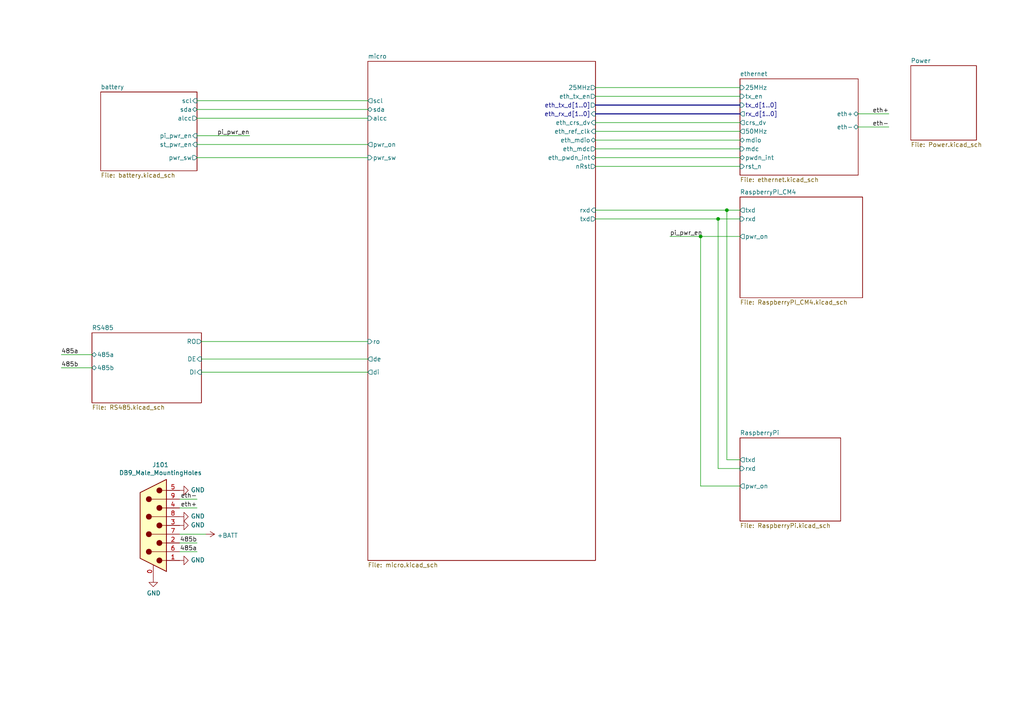
<source format=kicad_sch>
(kicad_sch (version 20210621) (generator eeschema)

  (uuid 6b160587-fa7c-4607-ae62-ec070a840d80)

  (paper "A4")

  (lib_symbols
    (symbol "Connector:DB9_Male_MountingHoles" (pin_names (offset 1.016) hide) (in_bom yes) (on_board yes)
      (property "Reference" "J" (id 0) (at 0 16.51 0)
        (effects (font (size 1.27 1.27)))
      )
      (property "Value" "DB9_Male_MountingHoles" (id 1) (at 0 14.605 0)
        (effects (font (size 1.27 1.27)))
      )
      (property "Footprint" "" (id 2) (at 0 0 0)
        (effects (font (size 1.27 1.27)) hide)
      )
      (property "Datasheet" " ~" (id 3) (at 0 0 0)
        (effects (font (size 1.27 1.27)) hide)
      )
      (property "ki_keywords" "connector male D-SUB" (id 4) (at 0 0 0)
        (effects (font (size 1.27 1.27)) hide)
      )
      (property "ki_description" "9-pin male D-SUB connector, Mounting Hole" (id 5) (at 0 0 0)
        (effects (font (size 1.27 1.27)) hide)
      )
      (property "ki_fp_filters" "DSUB*Male*" (id 6) (at 0 0 0)
        (effects (font (size 1.27 1.27)) hide)
      )
      (symbol "DB9_Male_MountingHoles_0_1"
        (circle (center -1.778 -10.16) (radius 0.762) (stroke (width 0))           (stroke (width 0) (type default) (color 0 0 0 0))
          (fill (type outline))
        )
        (circle (center -1.778 -5.08) (radius 0.762) (stroke (width 0))           (stroke (width 0) (type default) (color 0 0 0 0))
          (fill (type outline))
        )
        (circle (center -1.778 0) (radius 0.762) (stroke (width 0))           (stroke (width 0) (type default) (color 0 0 0 0))
          (fill (type outline))
        )
        (circle (center -1.778 5.08) (radius 0.762) (stroke (width 0))           (stroke (width 0) (type default) (color 0 0 0 0))
          (fill (type outline))
        )
        (circle (center -1.778 10.16) (radius 0.762) (stroke (width 0))           (stroke (width 0) (type default) (color 0 0 0 0))
          (fill (type outline))
        )
        (polyline
          (pts
            (xy -3.81 -10.16)
            (xy -2.54 -10.16)
          )
          (stroke (width 0) (type default) (color 0 0 0 0))
          (fill (type none))
        )
        (polyline
          (pts
            (xy -3.81 -7.62)
            (xy 0.508 -7.62)
          )
          (stroke (width 0) (type default) (color 0 0 0 0))
          (fill (type none))
        )
        (polyline
          (pts
            (xy -3.81 -5.08)
            (xy -2.54 -5.08)
          )
          (stroke (width 0) (type default) (color 0 0 0 0))
          (fill (type none))
        )
        (polyline
          (pts
            (xy -3.81 -2.54)
            (xy 0.508 -2.54)
          )
          (stroke (width 0) (type default) (color 0 0 0 0))
          (fill (type none))
        )
        (polyline
          (pts
            (xy -3.81 0)
            (xy -2.54 0)
          )
          (stroke (width 0) (type default) (color 0 0 0 0))
          (fill (type none))
        )
        (polyline
          (pts
            (xy -3.81 2.54)
            (xy 0.508 2.54)
          )
          (stroke (width 0) (type default) (color 0 0 0 0))
          (fill (type none))
        )
        (polyline
          (pts
            (xy -3.81 5.08)
            (xy -2.54 5.08)
          )
          (stroke (width 0) (type default) (color 0 0 0 0))
          (fill (type none))
        )
        (polyline
          (pts
            (xy -3.81 7.62)
            (xy 0.508 7.62)
          )
          (stroke (width 0) (type default) (color 0 0 0 0))
          (fill (type none))
        )
        (polyline
          (pts
            (xy -3.81 10.16)
            (xy -2.54 10.16)
          )
          (stroke (width 0) (type default) (color 0 0 0 0))
          (fill (type none))
        )
        (polyline
          (pts
            (xy -3.81 -13.335)
            (xy -3.81 13.335)
            (xy 3.81 9.525)
            (xy 3.81 -9.525)
            (xy -3.81 -13.335)
          )
          (stroke (width 0.254) (type default) (color 0 0 0 0))
          (fill (type background))
        )
        (circle (center 1.27 -7.62) (radius 0.762) (stroke (width 0))           (stroke (width 0) (type default) (color 0 0 0 0))
          (fill (type outline))
        )
        (circle (center 1.27 -2.54) (radius 0.762) (stroke (width 0))           (stroke (width 0) (type default) (color 0 0 0 0))
          (fill (type outline))
        )
        (circle (center 1.27 2.54) (radius 0.762) (stroke (width 0))           (stroke (width 0) (type default) (color 0 0 0 0))
          (fill (type outline))
        )
        (circle (center 1.27 7.62) (radius 0.762) (stroke (width 0))           (stroke (width 0) (type default) (color 0 0 0 0))
          (fill (type outline))
        )
      )
      (symbol "DB9_Male_MountingHoles_1_1"
        (pin passive line (at 0 -15.24 90) (length 3.81)
          (name "PAD" (effects (font (size 1.27 1.27))))
          (number "0" (effects (font (size 1.27 1.27))))
        )
        (pin passive line (at -7.62 -10.16 0) (length 3.81)
          (name "1" (effects (font (size 1.27 1.27))))
          (number "1" (effects (font (size 1.27 1.27))))
        )
        (pin passive line (at -7.62 -5.08 0) (length 3.81)
          (name "2" (effects (font (size 1.27 1.27))))
          (number "2" (effects (font (size 1.27 1.27))))
        )
        (pin passive line (at -7.62 0 0) (length 3.81)
          (name "3" (effects (font (size 1.27 1.27))))
          (number "3" (effects (font (size 1.27 1.27))))
        )
        (pin passive line (at -7.62 5.08 0) (length 3.81)
          (name "4" (effects (font (size 1.27 1.27))))
          (number "4" (effects (font (size 1.27 1.27))))
        )
        (pin passive line (at -7.62 10.16 0) (length 3.81)
          (name "5" (effects (font (size 1.27 1.27))))
          (number "5" (effects (font (size 1.27 1.27))))
        )
        (pin passive line (at -7.62 -7.62 0) (length 3.81)
          (name "6" (effects (font (size 1.27 1.27))))
          (number "6" (effects (font (size 1.27 1.27))))
        )
        (pin passive line (at -7.62 -2.54 0) (length 3.81)
          (name "7" (effects (font (size 1.27 1.27))))
          (number "7" (effects (font (size 1.27 1.27))))
        )
        (pin passive line (at -7.62 2.54 0) (length 3.81)
          (name "8" (effects (font (size 1.27 1.27))))
          (number "8" (effects (font (size 1.27 1.27))))
        )
        (pin passive line (at -7.62 7.62 0) (length 3.81)
          (name "9" (effects (font (size 1.27 1.27))))
          (number "9" (effects (font (size 1.27 1.27))))
        )
      )
    )
    (symbol "power:+BATT" (power) (pin_names (offset 0)) (in_bom yes) (on_board yes)
      (property "Reference" "#PWR" (id 0) (at 0 -3.81 0)
        (effects (font (size 1.27 1.27)) hide)
      )
      (property "Value" "+BATT" (id 1) (at 0 3.556 0)
        (effects (font (size 1.27 1.27)))
      )
      (property "Footprint" "" (id 2) (at 0 0 0)
        (effects (font (size 1.27 1.27)) hide)
      )
      (property "Datasheet" "" (id 3) (at 0 0 0)
        (effects (font (size 1.27 1.27)) hide)
      )
      (property "ki_keywords" "power-flag battery" (id 4) (at 0 0 0)
        (effects (font (size 1.27 1.27)) hide)
      )
      (property "ki_description" "Power symbol creates a global label with name \"+BATT\"" (id 5) (at 0 0 0)
        (effects (font (size 1.27 1.27)) hide)
      )
      (symbol "+BATT_0_1"
        (polyline
          (pts
            (xy -0.762 1.27)
            (xy 0 2.54)
          )
          (stroke (width 0) (type default) (color 0 0 0 0))
          (fill (type none))
        )
        (polyline
          (pts
            (xy 0 0)
            (xy 0 2.54)
          )
          (stroke (width 0) (type default) (color 0 0 0 0))
          (fill (type none))
        )
        (polyline
          (pts
            (xy 0 2.54)
            (xy 0.762 1.27)
          )
          (stroke (width 0) (type default) (color 0 0 0 0))
          (fill (type none))
        )
      )
      (symbol "+BATT_1_1"
        (pin power_in line (at 0 0 90) (length 0) hide
          (name "+BATT" (effects (font (size 1.27 1.27))))
          (number "1" (effects (font (size 1.27 1.27))))
        )
      )
    )
    (symbol "power:GND" (power) (pin_names (offset 0)) (in_bom yes) (on_board yes)
      (property "Reference" "#PWR" (id 0) (at 0 -6.35 0)
        (effects (font (size 1.27 1.27)) hide)
      )
      (property "Value" "GND" (id 1) (at 0 -3.81 0)
        (effects (font (size 1.27 1.27)))
      )
      (property "Footprint" "" (id 2) (at 0 0 0)
        (effects (font (size 1.27 1.27)) hide)
      )
      (property "Datasheet" "" (id 3) (at 0 0 0)
        (effects (font (size 1.27 1.27)) hide)
      )
      (property "ki_keywords" "power-flag" (id 4) (at 0 0 0)
        (effects (font (size 1.27 1.27)) hide)
      )
      (property "ki_description" "Power symbol creates a global label with name \"GND\" , ground" (id 5) (at 0 0 0)
        (effects (font (size 1.27 1.27)) hide)
      )
      (symbol "GND_0_1"
        (polyline
          (pts
            (xy 0 0)
            (xy 0 -1.27)
            (xy 1.27 -1.27)
            (xy 0 -2.54)
            (xy -1.27 -1.27)
            (xy 0 -1.27)
          )
          (stroke (width 0) (type default) (color 0 0 0 0))
          (fill (type none))
        )
      )
      (symbol "GND_1_1"
        (pin power_in line (at 0 0 270) (length 0) hide
          (name "GND" (effects (font (size 1.27 1.27))))
          (number "1" (effects (font (size 1.27 1.27))))
        )
      )
    )
  )

  (junction (at 203.2 68.58) (diameter 0) (color 0 0 0 0))
  (junction (at 208.28 63.5) (diameter 0) (color 0 0 0 0))
  (junction (at 210.82 60.96) (diameter 0) (color 0 0 0 0))

  (wire (pts (xy 26.67 102.87) (xy 17.78 102.87))
    (stroke (width 0) (type default) (color 0 0 0 0))
    (uuid d417e935-b8d7-490a-a76b-ca640d0bed2f)
  )
  (wire (pts (xy 26.67 106.68) (xy 17.78 106.68))
    (stroke (width 0) (type default) (color 0 0 0 0))
    (uuid ce4ee19a-233f-4986-8c0c-5132744158ce)
  )
  (wire (pts (xy 52.07 154.94) (xy 59.69 154.94))
    (stroke (width 0) (type default) (color 0 0 0 0))
    (uuid 0ea2947a-4382-485f-a9ed-ca4da8a31f55)
  )
  (wire (pts (xy 52.07 157.48) (xy 57.15 157.48))
    (stroke (width 0) (type default) (color 0 0 0 0))
    (uuid 343ca993-3e1f-423b-8283-c64c5b8c5294)
  )
  (wire (pts (xy 57.15 29.21) (xy 106.68 29.21))
    (stroke (width 0) (type default) (color 0 0 0 0))
    (uuid de44536b-1f34-4b26-a3ed-63e00285bdec)
  )
  (wire (pts (xy 57.15 34.29) (xy 106.68 34.29))
    (stroke (width 0) (type default) (color 0 0 0 0))
    (uuid aa7611fa-d3cf-4bcc-81b6-40f3bcda47d5)
  )
  (wire (pts (xy 57.15 39.37) (xy 72.39 39.37))
    (stroke (width 0) (type default) (color 0 0 0 0))
    (uuid 6fbfa231-9663-42fc-9064-d97a1852c2f3)
  )
  (wire (pts (xy 57.15 41.91) (xy 106.68 41.91))
    (stroke (width 0) (type default) (color 0 0 0 0))
    (uuid d9e00cd4-e15a-43c3-8426-6e0996bef0bc)
  )
  (wire (pts (xy 57.15 45.72) (xy 106.68 45.72))
    (stroke (width 0) (type default) (color 0 0 0 0))
    (uuid b7d60b6b-511c-48cd-ada0-28e9631991bd)
  )
  (wire (pts (xy 57.15 144.78) (xy 52.07 144.78))
    (stroke (width 0) (type default) (color 0 0 0 0))
    (uuid b002ece1-07c7-42b2-83b1-d2634b6867b7)
  )
  (wire (pts (xy 57.15 147.32) (xy 52.07 147.32))
    (stroke (width 0) (type default) (color 0 0 0 0))
    (uuid 94314e69-ff44-4eea-9403-800786f502a4)
  )
  (wire (pts (xy 57.15 160.02) (xy 52.07 160.02))
    (stroke (width 0) (type default) (color 0 0 0 0))
    (uuid a3927078-ecae-4396-bfb8-b46e1f28ea55)
  )
  (wire (pts (xy 58.42 104.14) (xy 106.68 104.14))
    (stroke (width 0) (type default) (color 0 0 0 0))
    (uuid eaed3287-1987-446d-aafa-faa89a7183e3)
  )
  (wire (pts (xy 106.68 31.75) (xy 57.15 31.75))
    (stroke (width 0) (type default) (color 0 0 0 0))
    (uuid dab26fd0-04b4-495d-a966-fb6f3dc87e06)
  )
  (wire (pts (xy 106.68 99.06) (xy 58.42 99.06))
    (stroke (width 0) (type default) (color 0 0 0 0))
    (uuid 9d063e16-cb3e-4179-9963-63dff48075b0)
  )
  (wire (pts (xy 106.68 107.95) (xy 58.42 107.95))
    (stroke (width 0) (type default) (color 0 0 0 0))
    (uuid 7e1c7cf4-8807-42e2-9677-410cce6445fd)
  )
  (wire (pts (xy 172.72 25.4) (xy 214.63 25.4))
    (stroke (width 0) (type default) (color 0 0 0 0))
    (uuid 19291638-d53c-43fa-929b-8624a2890d23)
  )
  (wire (pts (xy 172.72 35.56) (xy 214.63 35.56))
    (stroke (width 0) (type default) (color 0 0 0 0))
    (uuid 43d27421-20e4-4128-b66e-75774f8b9ece)
  )
  (wire (pts (xy 172.72 40.64) (xy 214.63 40.64))
    (stroke (width 0) (type default) (color 0 0 0 0))
    (uuid 7e178124-02b7-49ef-9aa8-5c9554094ea7)
  )
  (wire (pts (xy 172.72 45.72) (xy 214.63 45.72))
    (stroke (width 0) (type default) (color 0 0 0 0))
    (uuid be569e5b-99e4-463f-9d46-24c33626d108)
  )
  (wire (pts (xy 172.72 60.96) (xy 210.82 60.96))
    (stroke (width 0) (type default) (color 0 0 0 0))
    (uuid 84d24401-e9d0-4380-b0fa-21d4e5adf6eb)
  )
  (wire (pts (xy 172.72 63.5) (xy 208.28 63.5))
    (stroke (width 0) (type default) (color 0 0 0 0))
    (uuid d2450d3d-58a2-447d-baa9-60362458e73e)
  )
  (wire (pts (xy 203.2 68.58) (xy 194.31 68.58))
    (stroke (width 0) (type default) (color 0 0 0 0))
    (uuid b4655f49-30cd-4ee5-a319-02c61474c296)
  )
  (wire (pts (xy 203.2 68.58) (xy 203.2 140.97))
    (stroke (width 0) (type default) (color 0 0 0 0))
    (uuid 6d8ed98a-30bd-4aa1-ab3b-52ee153609f0)
  )
  (wire (pts (xy 208.28 63.5) (xy 208.28 135.89))
    (stroke (width 0) (type default) (color 0 0 0 0))
    (uuid 47dbd65e-18b9-484b-abb3-77e11bede24b)
  )
  (wire (pts (xy 210.82 60.96) (xy 210.82 133.35))
    (stroke (width 0) (type default) (color 0 0 0 0))
    (uuid b527c30f-302b-4b85-a618-23b8e3fe8b56)
  )
  (wire (pts (xy 214.63 27.94) (xy 172.72 27.94))
    (stroke (width 0) (type default) (color 0 0 0 0))
    (uuid 4e6810b2-d41e-49e2-8018-d7c8e85c09dd)
  )
  (wire (pts (xy 214.63 38.1) (xy 172.72 38.1))
    (stroke (width 0) (type default) (color 0 0 0 0))
    (uuid 7dc2674d-cf07-4964-a7d0-ad0f8b7a034e)
  )
  (wire (pts (xy 214.63 43.18) (xy 172.72 43.18))
    (stroke (width 0) (type default) (color 0 0 0 0))
    (uuid 39ef80d1-3577-4d0e-b9db-6c06e6f4f513)
  )
  (wire (pts (xy 214.63 48.26) (xy 172.72 48.26))
    (stroke (width 0) (type default) (color 0 0 0 0))
    (uuid c4a6c96a-6b61-410c-813d-198b7e79138d)
  )
  (wire (pts (xy 214.63 60.96) (xy 210.82 60.96))
    (stroke (width 0) (type default) (color 0 0 0 0))
    (uuid 35b4a91f-6c56-46a5-94c9-26dcc674e46b)
  )
  (wire (pts (xy 214.63 63.5) (xy 208.28 63.5))
    (stroke (width 0) (type default) (color 0 0 0 0))
    (uuid 98a0fce0-f099-4cf7-bf87-83bfa9dbf4d3)
  )
  (wire (pts (xy 214.63 68.58) (xy 203.2 68.58))
    (stroke (width 0) (type default) (color 0 0 0 0))
    (uuid 98a4b88d-8512-4d77-ac0c-fcf7ac7d2e30)
  )
  (wire (pts (xy 214.63 133.35) (xy 210.82 133.35))
    (stroke (width 0) (type default) (color 0 0 0 0))
    (uuid f6e66528-501e-464c-b372-8b22eed5dd76)
  )
  (wire (pts (xy 214.63 135.89) (xy 208.28 135.89))
    (stroke (width 0) (type default) (color 0 0 0 0))
    (uuid 95c7318c-ec23-42aa-bbc5-8888f5b5c651)
  )
  (wire (pts (xy 214.63 140.97) (xy 203.2 140.97))
    (stroke (width 0) (type default) (color 0 0 0 0))
    (uuid d5f8187a-fe7b-41ea-b567-610e67c6a266)
  )
  (wire (pts (xy 248.92 33.02) (xy 257.81 33.02))
    (stroke (width 0) (type default) (color 0 0 0 0))
    (uuid aae86dc2-a624-47c7-a0d7-8fad3bb4aefe)
  )
  (wire (pts (xy 248.92 36.83) (xy 257.81 36.83))
    (stroke (width 0) (type default) (color 0 0 0 0))
    (uuid 6bb9db90-78f6-4fb1-9172-4be10f926a6a)
  )
  (bus (pts (xy 172.72 30.48) (xy 214.63 30.48))
    (stroke (width 0) (type default) (color 0 0 0 0))
    (uuid 65c404cd-ea89-40f0-9b85-f9df140b72ae)
  )
  (bus (pts (xy 214.63 33.02) (xy 172.72 33.02))
    (stroke (width 0) (type default) (color 0 0 0 0))
    (uuid 220a4405-9c13-4276-ba34-0668203d19cc)
  )

  (label "485a" (at 17.78 102.87 0)
    (effects (font (size 1.27 1.27)) (justify left bottom))
    (uuid 745d6305-12bf-4582-8fcf-d8a01bfbd9aa)
  )
  (label "485b" (at 17.78 106.68 0)
    (effects (font (size 1.27 1.27)) (justify left bottom))
    (uuid ef191129-c044-473b-84ae-9522bc2610a8)
  )
  (label "eth-" (at 57.15 144.78 180)
    (effects (font (size 1.27 1.27)) (justify right bottom))
    (uuid ea3b4d94-63e8-46fe-a622-1fbdf228260b)
  )
  (label "eth+" (at 57.15 147.32 180)
    (effects (font (size 1.27 1.27)) (justify right bottom))
    (uuid 7baddd16-ea32-4343-8265-7ac807123296)
  )
  (label "485b" (at 57.15 157.48 180)
    (effects (font (size 1.27 1.27)) (justify right bottom))
    (uuid 76da83fc-5b17-4f5d-9221-4259916d9d19)
  )
  (label "485a" (at 57.15 160.02 180)
    (effects (font (size 1.27 1.27)) (justify right bottom))
    (uuid ca13c408-3a0f-481f-8893-7c04302d1224)
  )
  (label "pi_pwr_en" (at 72.39 39.37 180)
    (effects (font (size 1.27 1.27)) (justify right bottom))
    (uuid f98fbb3e-515b-4eac-bcff-bee3d9496a37)
  )
  (label "pi_pwr_en" (at 194.31 68.58 0)
    (effects (font (size 1.27 1.27)) (justify left bottom))
    (uuid 13313b2c-aa27-49a0-ae18-fd106fd8f839)
  )
  (label "eth+" (at 257.81 33.02 180)
    (effects (font (size 1.27 1.27)) (justify right bottom))
    (uuid ef215177-d6e0-4c74-8383-12c303d41a4e)
  )
  (label "eth-" (at 257.81 36.83 180)
    (effects (font (size 1.27 1.27)) (justify right bottom))
    (uuid 5f2292fc-9b66-4550-a5a2-12e8158032be)
  )

  (symbol (lib_id "power:+BATT") (at 59.69 154.94 270) (unit 1)
    (in_bom yes) (on_board yes)
    (uuid 00000000-0000-0000-0000-000061bff390)
    (property "Reference" "#PWR0103" (id 0) (at 55.88 154.94 0)
      (effects (font (size 1.27 1.27)) hide)
    )
    (property "Value" "+BATT" (id 1) (at 62.9412 155.321 90)
      (effects (font (size 1.27 1.27)) (justify left))
    )
    (property "Footprint" "" (id 2) (at 59.69 154.94 0)
      (effects (font (size 1.27 1.27)) hide)
    )
    (property "Datasheet" "" (id 3) (at 59.69 154.94 0)
      (effects (font (size 1.27 1.27)) hide)
    )
    (pin "1" (uuid a2ca91d9-f693-4cc4-b118-2708e5a930ae))
  )

  (symbol (lib_id "power:GND") (at 44.45 167.64 0) (unit 1)
    (in_bom yes) (on_board yes)
    (uuid 00000000-0000-0000-0000-000061c02558)
    (property "Reference" "#PWR0104" (id 0) (at 44.45 173.99 0)
      (effects (font (size 1.27 1.27)) hide)
    )
    (property "Value" "GND" (id 1) (at 44.577 172.0342 0))
    (property "Footprint" "" (id 2) (at 44.45 167.64 0)
      (effects (font (size 1.27 1.27)) hide)
    )
    (property "Datasheet" "" (id 3) (at 44.45 167.64 0)
      (effects (font (size 1.27 1.27)) hide)
    )
    (pin "1" (uuid d5860604-94e4-4d36-983d-eefdccae65aa))
  )

  (symbol (lib_id "power:GND") (at 52.07 142.24 90) (unit 1)
    (in_bom yes) (on_board yes)
    (uuid 00000000-0000-0000-0000-000061d0e605)
    (property "Reference" "#PWR0105" (id 0) (at 58.42 142.24 0)
      (effects (font (size 1.27 1.27)) hide)
    )
    (property "Value" "GND" (id 1) (at 55.3212 142.113 90)
      (effects (font (size 1.27 1.27)) (justify right))
    )
    (property "Footprint" "" (id 2) (at 52.07 142.24 0)
      (effects (font (size 1.27 1.27)) hide)
    )
    (property "Datasheet" "" (id 3) (at 52.07 142.24 0)
      (effects (font (size 1.27 1.27)) hide)
    )
    (pin "1" (uuid c6033929-65af-41b3-b4aa-8c6ad065fab4))
  )

  (symbol (lib_id "power:GND") (at 52.07 149.86 90) (unit 1)
    (in_bom yes) (on_board yes)
    (uuid 00000000-0000-0000-0000-000061d0e9ad)
    (property "Reference" "#PWR0106" (id 0) (at 58.42 149.86 0)
      (effects (font (size 1.27 1.27)) hide)
    )
    (property "Value" "GND" (id 1) (at 55.3212 149.733 90)
      (effects (font (size 1.27 1.27)) (justify right))
    )
    (property "Footprint" "" (id 2) (at 52.07 149.86 0)
      (effects (font (size 1.27 1.27)) hide)
    )
    (property "Datasheet" "" (id 3) (at 52.07 149.86 0)
      (effects (font (size 1.27 1.27)) hide)
    )
    (pin "1" (uuid 116d2d42-ed9d-4171-9b03-f8d1a664d073))
  )

  (symbol (lib_id "power:GND") (at 52.07 152.4 90) (unit 1)
    (in_bom yes) (on_board yes)
    (uuid 00000000-0000-0000-0000-000061bfee90)
    (property "Reference" "#PWR0102" (id 0) (at 58.42 152.4 0)
      (effects (font (size 1.27 1.27)) hide)
    )
    (property "Value" "GND" (id 1) (at 55.3212 152.273 90)
      (effects (font (size 1.27 1.27)) (justify right))
    )
    (property "Footprint" "" (id 2) (at 52.07 152.4 0)
      (effects (font (size 1.27 1.27)) hide)
    )
    (property "Datasheet" "" (id 3) (at 52.07 152.4 0)
      (effects (font (size 1.27 1.27)) hide)
    )
    (pin "1" (uuid 30fbff44-70d3-4907-9ea6-6430409008f5))
  )

  (symbol (lib_id "power:GND") (at 52.07 162.56 90) (unit 1)
    (in_bom yes) (on_board yes)
    (uuid 00000000-0000-0000-0000-000061bfe77b)
    (property "Reference" "#PWR0101" (id 0) (at 58.42 162.56 0)
      (effects (font (size 1.27 1.27)) hide)
    )
    (property "Value" "GND" (id 1) (at 55.3212 162.433 90)
      (effects (font (size 1.27 1.27)) (justify right))
    )
    (property "Footprint" "" (id 2) (at 52.07 162.56 0)
      (effects (font (size 1.27 1.27)) hide)
    )
    (property "Datasheet" "" (id 3) (at 52.07 162.56 0)
      (effects (font (size 1.27 1.27)) hide)
    )
    (pin "1" (uuid d92815f4-407c-4d45-8ea8-515b95d28e16))
  )

  (symbol (lib_id "Connector:DB9_Male_MountingHoles") (at 44.45 152.4 0) (mirror y) (unit 1)
    (in_bom yes) (on_board yes)
    (uuid 00000000-0000-0000-0000-000061bfaec4)
    (property "Reference" "J101" (id 0) (at 46.5328 134.8232 0))
    (property "Value" "DB9_Male_MountingHoles" (id 1) (at 46.5328 137.1346 0))
    (property "Footprint" "Connector_Dsub:DSUB-9_Male_Horizontal_P2.77x2.84mm_EdgePinOffset9.90mm_Housed_MountingHolesOffset11.32mm" (id 2) (at 44.45 152.4 0)
      (effects (font (size 1.27 1.27)) hide)
    )
    (property "Datasheet" " ~" (id 3) (at 44.45 152.4 0)
      (effects (font (size 1.27 1.27)) hide)
    )
    (pin "0" (uuid 328bb526-b745-4b8c-84f4-8425fd391a8b))
    (pin "1" (uuid c400a010-6517-4d4d-8094-65cabf39f6b1))
    (pin "2" (uuid 43821f56-9805-4c06-b974-3a5923109477))
    (pin "3" (uuid 063e306c-8c9a-4232-b376-ea79539c7083))
    (pin "4" (uuid 98961619-0304-4755-bb39-05497061301f))
    (pin "5" (uuid fcc49888-6578-4f83-905c-9bef196f8c53))
    (pin "6" (uuid d3a1857b-7b52-4faf-86a7-bbe2ef0cd9b8))
    (pin "7" (uuid 07130515-2f3d-45c5-9019-a247bece6e2b))
    (pin "8" (uuid d3c44207-be0b-40ae-b07d-0ef9dec9ad06))
    (pin "9" (uuid d58157d1-e7c5-4ccb-9778-fd974a6e92bd))
  )

  (sheet (at 264.16 19.05) (size 19.05 21.59) (fields_autoplaced)
    (stroke (width 0) (type solid) (color 0 0 0 0))
    (fill (color 0 0 0 0.0000))
    (uuid 00000000-0000-0000-0000-0000616f4864)
    (property "Sheet name" "Power" (id 0) (at 264.16 18.3384 0)
      (effects (font (size 1.27 1.27)) (justify left bottom))
    )
    (property "Sheet file" "Power.kicad_sch" (id 1) (at 264.16 41.2246 0)
      (effects (font (size 1.27 1.27)) (justify left top))
    )
  )

  (sheet (at 26.67 96.52) (size 31.75 20.32) (fields_autoplaced)
    (stroke (width 0) (type solid) (color 0 0 0 0))
    (fill (color 0 0 0 0.0000))
    (uuid 00000000-0000-0000-0000-0000616f4506)
    (property "Sheet name" "RS485" (id 0) (at 26.67 95.8084 0)
      (effects (font (size 1.27 1.27)) (justify left bottom))
    )
    (property "Sheet file" "RS485.kicad_sch" (id 1) (at 26.67 117.4246 0)
      (effects (font (size 1.27 1.27)) (justify left top))
    )
    (pin "RO" output (at 58.42 99.06 0)
      (effects (font (size 1.27 1.27)) (justify right))
      (uuid 4bc7bc30-33f0-4c1e-8613-19cc06782346)
    )
    (pin "DE" input (at 58.42 104.14 0)
      (effects (font (size 1.27 1.27)) (justify right))
      (uuid 94b27a7f-e8e6-4e5c-9c40-65c406aeec24)
    )
    (pin "DI" input (at 58.42 107.95 0)
      (effects (font (size 1.27 1.27)) (justify right))
      (uuid f510900d-8fc9-4e0d-ac20-f7333af1abbc)
    )
    (pin "485a" bidirectional (at 26.67 102.87 180)
      (effects (font (size 1.27 1.27)) (justify left))
      (uuid 72d53934-7451-401b-968b-8a8cd7db2420)
    )
    (pin "485b" bidirectional (at 26.67 106.68 180)
      (effects (font (size 1.27 1.27)) (justify left))
      (uuid e84b4094-e1b5-415e-8541-05b695519e7c)
    )
  )

  (sheet (at 214.63 57.15) (size 35.56 29.21) (fields_autoplaced)
    (stroke (width 0) (type solid) (color 0 0 0 0))
    (fill (color 0 0 0 0.0000))
    (uuid 00000000-0000-0000-0000-0000617402ac)
    (property "Sheet name" "RaspberryPI_CM4" (id 0) (at 214.63 56.4384 0)
      (effects (font (size 1.27 1.27)) (justify left bottom))
    )
    (property "Sheet file" "RaspberryPI_CM4.kicad_sch" (id 1) (at 214.63 86.9446 0)
      (effects (font (size 1.27 1.27)) (justify left top))
    )
    (pin "txd" output (at 214.63 60.96 180)
      (effects (font (size 1.27 1.27)) (justify left))
      (uuid 299d231f-1039-4c80-9c36-a0acad6aba1f)
    )
    (pin "rxd" input (at 214.63 63.5 180)
      (effects (font (size 1.27 1.27)) (justify left))
      (uuid 2ef460bb-2f88-45ef-ba31-e61a1b6b97e2)
    )
    (pin "pwr_on" output (at 214.63 68.58 180)
      (effects (font (size 1.27 1.27)) (justify left))
      (uuid 15cf7a1d-16ae-4ef7-bfc9-3d86eeb8ad1f)
    )
  )

  (sheet (at 214.63 127) (size 29.21 24.13) (fields_autoplaced)
    (stroke (width 0) (type solid) (color 0 0 0 0))
    (fill (color 0 0 0 0.0000))
    (uuid 00000000-0000-0000-0000-0000615ea94a)
    (property "Sheet name" "RaspberryPi" (id 0) (at 214.63 126.2884 0)
      (effects (font (size 1.27 1.27)) (justify left bottom))
    )
    (property "Sheet file" "RaspberryPi.kicad_sch" (id 1) (at 214.63 151.7146 0)
      (effects (font (size 1.27 1.27)) (justify left top))
    )
    (pin "txd" output (at 214.63 133.35 180)
      (effects (font (size 1.27 1.27)) (justify left))
      (uuid a784017c-7591-49ee-8c5f-0cf004a2ea8b)
    )
    (pin "rxd" input (at 214.63 135.89 180)
      (effects (font (size 1.27 1.27)) (justify left))
      (uuid 43bf4697-f07d-4782-ad94-e4f1d1a0f12d)
    )
    (pin "pwr_on" output (at 214.63 140.97 180)
      (effects (font (size 1.27 1.27)) (justify left))
      (uuid e7e36c82-70d4-40a8-9dba-cd6f47973837)
    )
  )

  (sheet (at 29.21 26.67) (size 27.94 22.86) (fields_autoplaced)
    (stroke (width 0) (type solid) (color 0 0 0 0))
    (fill (color 0 0 0 0.0000))
    (uuid 00000000-0000-0000-0000-0000616feb72)
    (property "Sheet name" "battery" (id 0) (at 29.21 25.9584 0)
      (effects (font (size 1.27 1.27)) (justify left bottom))
    )
    (property "Sheet file" "battery.kicad_sch" (id 1) (at 29.21 50.1146 0)
      (effects (font (size 1.27 1.27)) (justify left top))
    )
    (pin "scl" input (at 57.15 29.21 0)
      (effects (font (size 1.27 1.27)) (justify right))
      (uuid 305f6158-a212-480a-9b63-906d7ae38736)
    )
    (pin "sda" bidirectional (at 57.15 31.75 0)
      (effects (font (size 1.27 1.27)) (justify right))
      (uuid cd8c00a1-0792-4faf-a0fd-32bfe8b539b7)
    )
    (pin "alcc" output (at 57.15 34.29 0)
      (effects (font (size 1.27 1.27)) (justify right))
      (uuid 6ba2b538-585a-4093-a78d-7f6d3033a78e)
    )
    (pin "pi_pwr_en" input (at 57.15 39.37 0)
      (effects (font (size 1.27 1.27)) (justify right))
      (uuid 69429e7a-f5f3-4cec-9501-e00204664d9f)
    )
    (pin "st_pwr_en" input (at 57.15 41.91 0)
      (effects (font (size 1.27 1.27)) (justify right))
      (uuid 455ae92c-74af-49f4-a74a-51dd8da78081)
    )
    (pin "pwr_sw" output (at 57.15 45.72 0)
      (effects (font (size 1.27 1.27)) (justify right))
      (uuid d07d6939-3f4b-48f2-8d6e-4a535875968d)
    )
  )

  (sheet (at 214.63 22.86) (size 34.29 27.94) (fields_autoplaced)
    (stroke (width 0) (type solid) (color 0 0 0 0))
    (fill (color 0 0 0 0.0000))
    (uuid 00000000-0000-0000-0000-00006164d6f4)
    (property "Sheet name" "ethernet" (id 0) (at 214.63 22.1484 0)
      (effects (font (size 1.27 1.27)) (justify left bottom))
    )
    (property "Sheet file" "ethernet.kicad_sch" (id 1) (at 214.63 51.3846 0)
      (effects (font (size 1.27 1.27)) (justify left top))
    )
    (pin "25MHz" input (at 214.63 25.4 180)
      (effects (font (size 1.27 1.27)) (justify left))
      (uuid 4023572f-27a3-476b-9a2f-733e3cfa5d84)
    )
    (pin "tx_en" input (at 214.63 27.94 180)
      (effects (font (size 1.27 1.27)) (justify left))
      (uuid 0a214a14-ba03-43ad-bc99-537559278de1)
    )
    (pin "tx_d[1..0]" input (at 214.63 30.48 180)
      (effects (font (size 1.27 1.27)) (justify left))
      (uuid dbc6c6b4-06ca-4b2b-a376-01eecc9e5581)
    )
    (pin "rx_d[1..0]" output (at 214.63 33.02 180)
      (effects (font (size 1.27 1.27)) (justify left))
      (uuid f8d8c214-6553-4677-b13b-8d51841baaa6)
    )
    (pin "crs_dv" output (at 214.63 35.56 180)
      (effects (font (size 1.27 1.27)) (justify left))
      (uuid 7454e267-3c8c-4448-ba4c-11c1b47e6667)
    )
    (pin "50MHz" output (at 214.63 38.1 180)
      (effects (font (size 1.27 1.27)) (justify left))
      (uuid ef15c492-de7a-4b4c-b439-bd13a1ffc547)
    )
    (pin "mdio" bidirectional (at 214.63 40.64 180)
      (effects (font (size 1.27 1.27)) (justify left))
      (uuid c396a2d1-e071-4836-b97e-a7b3a539ed9b)
    )
    (pin "mdc" input (at 214.63 43.18 180)
      (effects (font (size 1.27 1.27)) (justify left))
      (uuid 875307d2-8c5e-418c-9d0d-d2edd1bb1c81)
    )
    (pin "pwdn_int" bidirectional (at 214.63 45.72 180)
      (effects (font (size 1.27 1.27)) (justify left))
      (uuid c9c6a6fc-934c-4f8b-b526-9c5fa7febf16)
    )
    (pin "rst_n" input (at 214.63 48.26 180)
      (effects (font (size 1.27 1.27)) (justify left))
      (uuid d9c0157e-f288-44e8-b075-1e2d43a5e2e9)
    )
    (pin "eth+" bidirectional (at 248.92 33.02 0)
      (effects (font (size 1.27 1.27)) (justify right))
      (uuid 58e3228e-aa6f-4ead-bbc7-42373ea34dd3)
    )
    (pin "eth-" bidirectional (at 248.92 36.83 0)
      (effects (font (size 1.27 1.27)) (justify right))
      (uuid d9bb3d7d-a5ca-47e4-8f5a-fa8f179f1d2d)
    )
  )

  (sheet (at 106.68 17.78) (size 66.04 144.78) (fields_autoplaced)
    (stroke (width 0) (type solid) (color 0 0 0 0))
    (fill (color 0 0 0 0.0000))
    (uuid 00000000-0000-0000-0000-00006164d6b0)
    (property "Sheet name" "micro" (id 0) (at 106.68 17.0684 0)
      (effects (font (size 1.27 1.27)) (justify left bottom))
    )
    (property "Sheet file" "micro.kicad_sch" (id 1) (at 106.68 163.1446 0)
      (effects (font (size 1.27 1.27)) (justify left top))
    )
    (pin "rxd" input (at 172.72 60.96 0)
      (effects (font (size 1.27 1.27)) (justify right))
      (uuid 0f476769-e9a4-4e15-976b-4796855bcfa3)
    )
    (pin "txd" output (at 172.72 63.5 0)
      (effects (font (size 1.27 1.27)) (justify right))
      (uuid f8b9ef27-81a1-4c82-b39c-00fdf6a87718)
    )
    (pin "ro" input (at 106.68 99.06 180)
      (effects (font (size 1.27 1.27)) (justify left))
      (uuid dcb10d1f-9097-402a-9016-8faffb6e11d5)
    )
    (pin "de" output (at 106.68 104.14 180)
      (effects (font (size 1.27 1.27)) (justify left))
      (uuid ac1057a5-4b16-46b3-aada-e280d0f672cf)
    )
    (pin "di" output (at 106.68 107.95 180)
      (effects (font (size 1.27 1.27)) (justify left))
      (uuid c447172b-e76c-43b7-a32a-9bf6b68c1581)
    )
    (pin "eth_tx_en" output (at 172.72 27.94 0)
      (effects (font (size 1.27 1.27)) (justify right))
      (uuid fc123ab9-2262-405f-af44-fc3d14f43037)
    )
    (pin "eth_tx_d[1..0]" output (at 172.72 30.48 0)
      (effects (font (size 1.27 1.27)) (justify right))
      (uuid 7087c0ef-e7e3-4f0e-8c5a-b705b8c81285)
    )
    (pin "eth_rx_d[1..0]" input (at 172.72 33.02 0)
      (effects (font (size 1.27 1.27)) (justify right))
      (uuid 0be905e9-ef58-41e0-959b-7a1f7b29a86e)
    )
    (pin "eth_crs_dv" input (at 172.72 35.56 0)
      (effects (font (size 1.27 1.27)) (justify right))
      (uuid 70908035-4811-40f5-a868-344a5bddf33a)
    )
    (pin "eth_ref_clk" input (at 172.72 38.1 0)
      (effects (font (size 1.27 1.27)) (justify right))
      (uuid e27eab68-9177-4982-a6b8-e567c9073127)
    )
    (pin "eth_mdio" bidirectional (at 172.72 40.64 0)
      (effects (font (size 1.27 1.27)) (justify right))
      (uuid 2964f3b3-a022-4109-b11d-798e06ef89cc)
    )
    (pin "eth_mdc" output (at 172.72 43.18 0)
      (effects (font (size 1.27 1.27)) (justify right))
      (uuid 4a28834b-03a1-4f6d-9af5-c9847fa16193)
    )
    (pin "eth_pwdn_int" bidirectional (at 172.72 45.72 0)
      (effects (font (size 1.27 1.27)) (justify right))
      (uuid 22dc3461-2a51-4940-9920-8273012aff07)
    )
    (pin "nRst" output (at 172.72 48.26 0)
      (effects (font (size 1.27 1.27)) (justify right))
      (uuid 1b085628-8855-448a-b0ce-9b1122aa0ef7)
    )
    (pin "25MHz" output (at 172.72 25.4 0)
      (effects (font (size 1.27 1.27)) (justify right))
      (uuid 070488c8-183f-4b7c-8e64-f9f969152429)
    )
    (pin "pwr_on" output (at 106.68 41.91 180)
      (effects (font (size 1.27 1.27)) (justify left))
      (uuid af31b6e8-1a16-4625-b0f5-0475a4faa33e)
    )
    (pin "pwr_sw" input (at 106.68 45.72 180)
      (effects (font (size 1.27 1.27)) (justify left))
      (uuid 79130953-0453-418a-b5f9-3dace1f0780c)
    )
    (pin "scl" output (at 106.68 29.21 180)
      (effects (font (size 1.27 1.27)) (justify left))
      (uuid 804af6fe-4de4-44fd-a8ba-07cd7be0c739)
    )
    (pin "sda" bidirectional (at 106.68 31.75 180)
      (effects (font (size 1.27 1.27)) (justify left))
      (uuid 9b08039f-c467-4348-85bd-dbe0fb69b2ac)
    )
    (pin "alcc" input (at 106.68 34.29 180)
      (effects (font (size 1.27 1.27)) (justify left))
      (uuid 982b7d4d-098a-49c5-80d4-8883a13f5794)
    )
  )

  (sheet_instances
    (path "/" (page "1"))
    (path "/00000000-0000-0000-0000-0000616f4864" (page "2"))
    (path "/00000000-0000-0000-0000-0000616f4506" (page "3"))
    (path "/00000000-0000-0000-0000-0000617402ac" (page "4"))
    (path "/00000000-0000-0000-0000-0000615ea94a" (page "5"))
    (path "/00000000-0000-0000-0000-0000616feb72" (page "6"))
    (path "/00000000-0000-0000-0000-00006164d6f4" (page "7"))
    (path "/00000000-0000-0000-0000-00006164d6b0" (page "8"))
  )

  (symbol_instances
    (path "/00000000-0000-0000-0000-00006164d6b0/c1cce12d-922e-41bd-8483-c40d1a12386f"
      (reference "#PWR01") (unit 1) (value "+3.3V") (footprint "")
    )
    (path "/00000000-0000-0000-0000-00006164d6b0/652d286e-b745-471c-b2a2-d6dcff11effb"
      (reference "#PWR02") (unit 1) (value "GND") (footprint "")
    )
    (path "/00000000-0000-0000-0000-00006164d6b0/1c992fbf-370b-4cf9-a9e3-31702f39dcd0"
      (reference "#PWR03") (unit 1) (value "GND") (footprint "")
    )
    (path "/00000000-0000-0000-0000-00006164d6b0/59408491-105a-42a1-be01-734612296d58"
      (reference "#PWR04") (unit 1) (value "GND") (footprint "")
    )
    (path "/00000000-0000-0000-0000-00006164d6b0/e9ea420e-d737-4136-83e4-448a1f9c147b"
      (reference "#PWR05") (unit 1) (value "+3.3VA") (footprint "")
    )
    (path "/00000000-0000-0000-0000-00006164d6b0/6d050144-c27c-4454-835b-31ec6703643a"
      (reference "#PWR06") (unit 1) (value "+3.3VA") (footprint "")
    )
    (path "/00000000-0000-0000-0000-00006164d6b0/2d0af1c0-09f8-47e5-bb64-c413fa8dd42b"
      (reference "#PWR07") (unit 1) (value "+3.3VA") (footprint "")
    )
    (path "/00000000-0000-0000-0000-00006164d6b0/60b61aee-1723-44b4-8700-476887025524"
      (reference "#PWR08") (unit 1) (value "+3.3VA") (footprint "")
    )
    (path "/00000000-0000-0000-0000-00006164d6b0/2f86e47c-53e2-42d6-9f84-e4c798dd31a2"
      (reference "#PWR09") (unit 1) (value "+3.3VA") (footprint "")
    )
    (path "/00000000-0000-0000-0000-000061bfe77b"
      (reference "#PWR0101") (unit 1) (value "GND") (footprint "")
    )
    (path "/00000000-0000-0000-0000-000061bfee90"
      (reference "#PWR0102") (unit 1) (value "GND") (footprint "")
    )
    (path "/00000000-0000-0000-0000-000061bff390"
      (reference "#PWR0103") (unit 1) (value "+BATT") (footprint "")
    )
    (path "/00000000-0000-0000-0000-000061c02558"
      (reference "#PWR0104") (unit 1) (value "GND") (footprint "")
    )
    (path "/00000000-0000-0000-0000-000061d0e605"
      (reference "#PWR0105") (unit 1) (value "GND") (footprint "")
    )
    (path "/00000000-0000-0000-0000-000061d0e9ad"
      (reference "#PWR0106") (unit 1) (value "GND") (footprint "")
    )
    (path "/00000000-0000-0000-0000-0000616feb72/00000000-0000-0000-0000-000062178058"
      (reference "#PWR0107") (unit 1) (value "GND") (footprint "")
    )
    (path "/00000000-0000-0000-0000-00006164d6b0/00000000-0000-0000-0000-0000614aaa72"
      (reference "#PWR0201") (unit 1) (value "+3.3V") (footprint "")
    )
    (path "/00000000-0000-0000-0000-00006164d6b0/00000000-0000-0000-0000-0000614ab1df"
      (reference "#PWR0202") (unit 1) (value "GND") (footprint "")
    )
    (path "/00000000-0000-0000-0000-00006164d6b0/00000000-0000-0000-0000-0000614bdc8e"
      (reference "#PWR0203") (unit 1) (value "+3.3V") (footprint "")
    )
    (path "/00000000-0000-0000-0000-00006164d6b0/00000000-0000-0000-0000-0000614bdc94"
      (reference "#PWR0204") (unit 1) (value "GND") (footprint "")
    )
    (path "/00000000-0000-0000-0000-00006164d6b0/00000000-0000-0000-0000-0000617eb75a"
      (reference "#PWR0205") (unit 1) (value "GND") (footprint "")
    )
    (path "/00000000-0000-0000-0000-00006164d6b0/00000000-0000-0000-0000-00006171c528"
      (reference "#PWR0206") (unit 1) (value "+3.3V") (footprint "")
    )
    (path "/00000000-0000-0000-0000-00006164d6b0/00000000-0000-0000-0000-000061752cf6"
      (reference "#PWR0207") (unit 1) (value "+3.3V") (footprint "")
    )
    (path "/00000000-0000-0000-0000-00006164d6b0/00000000-0000-0000-0000-000061764e55"
      (reference "#PWR0208") (unit 1) (value "+3.3V") (footprint "")
    )
    (path "/00000000-0000-0000-0000-00006164d6b0/00000000-0000-0000-0000-000061777774"
      (reference "#PWR0209") (unit 1) (value "+3.3V") (footprint "")
    )
    (path "/00000000-0000-0000-0000-00006164d6b0/00000000-0000-0000-0000-000061988140"
      (reference "#PWR0210") (unit 1) (value "+3.3V") (footprint "")
    )
    (path "/00000000-0000-0000-0000-00006164d6b0/00000000-0000-0000-0000-000061988123"
      (reference "#PWR0211") (unit 1) (value "GND") (footprint "")
    )
    (path "/00000000-0000-0000-0000-00006164d6b0/00000000-0000-0000-0000-00006198816b"
      (reference "#PWR0212") (unit 1) (value "+3.3V") (footprint "")
    )
    (path "/00000000-0000-0000-0000-00006164d6b0/00000000-0000-0000-0000-00006198814e"
      (reference "#PWR0213") (unit 1) (value "GND") (footprint "")
    )
    (path "/00000000-0000-0000-0000-00006164d6b0/00000000-0000-0000-0000-0000616d5653"
      (reference "#PWR0214") (unit 1) (value "GND") (footprint "")
    )
    (path "/00000000-0000-0000-0000-00006164d6b0/00000000-0000-0000-0000-000061988137"
      (reference "#PWR0215") (unit 1) (value "GND") (footprint "")
    )
    (path "/00000000-0000-0000-0000-00006164d6b0/00000000-0000-0000-0000-000061988162"
      (reference "#PWR0216") (unit 1) (value "GND") (footprint "")
    )
    (path "/00000000-0000-0000-0000-00006164d6b0/00000000-0000-0000-0000-00006191b9e9"
      (reference "#PWR0217") (unit 1) (value "GND") (footprint "")
    )
    (path "/00000000-0000-0000-0000-00006164d6b0/00000000-0000-0000-0000-00006192e070"
      (reference "#PWR0218") (unit 1) (value "GND") (footprint "")
    )
    (path "/00000000-0000-0000-0000-00006164d6b0/00000000-0000-0000-0000-000061940dc7"
      (reference "#PWR0219") (unit 1) (value "+3.3V") (footprint "")
    )
    (path "/00000000-0000-0000-0000-00006164d6b0/00000000-0000-0000-0000-00006191b5cf"
      (reference "#PWR0220") (unit 1) (value "GND") (footprint "")
    )
    (path "/00000000-0000-0000-0000-00006164d6b0/00000000-0000-0000-0000-000061937233"
      (reference "#PWR0221") (unit 1) (value "+3.3V") (footprint "")
    )
    (path "/00000000-0000-0000-0000-00006164d6b0/00000000-0000-0000-0000-0000619413ad"
      (reference "#PWR0222") (unit 1) (value "+1V8") (footprint "")
    )
    (path "/00000000-0000-0000-0000-00006164d6b0/00000000-0000-0000-0000-000061972201"
      (reference "#PWR0223") (unit 1) (value "GND") (footprint "")
    )
    (path "/00000000-0000-0000-0000-00006164d6b0/00000000-0000-0000-0000-000061971b11"
      (reference "#PWR0224") (unit 1) (value "GND") (footprint "")
    )
    (path "/00000000-0000-0000-0000-00006164d6b0/00000000-0000-0000-0000-000061909704"
      (reference "#PWR0225") (unit 1) (value "+3.3V") (footprint "")
    )
    (path "/00000000-0000-0000-0000-00006164d6b0/00000000-0000-0000-0000-0000619096fe"
      (reference "#PWR0226") (unit 1) (value "GND") (footprint "")
    )
    (path "/00000000-0000-0000-0000-00006164d6b0/00000000-0000-0000-0000-0000614dd4ee"
      (reference "#PWR0227") (unit 1) (value "GND") (footprint "")
    )
    (path "/00000000-0000-0000-0000-00006164d6b0/00000000-0000-0000-0000-0000614a96f5"
      (reference "#PWR0228") (unit 1) (value "GND") (footprint "")
    )
    (path "/00000000-0000-0000-0000-00006164d6b0/00000000-0000-0000-0000-0000614a9225"
      (reference "#PWR0229") (unit 1) (value "GND") (footprint "")
    )
    (path "/00000000-0000-0000-0000-00006164d6b0/00000000-0000-0000-0000-0000614c08d8"
      (reference "#PWR0230") (unit 1) (value "+3.3V") (footprint "")
    )
    (path "/00000000-0000-0000-0000-00006164d6b0/00000000-0000-0000-0000-000061a34886"
      (reference "#PWR0231") (unit 1) (value "GND") (footprint "")
    )
    (path "/00000000-0000-0000-0000-00006164d6b0/00000000-0000-0000-0000-0000614a552a"
      (reference "#PWR0232") (unit 1) (value "GND") (footprint "")
    )
    (path "/00000000-0000-0000-0000-00006164d6b0/00000000-0000-0000-0000-0000614c5202"
      (reference "#PWR0233") (unit 1) (value "+3.3V") (footprint "")
    )
    (path "/00000000-0000-0000-0000-00006164d6b0/00000000-0000-0000-0000-0000614c5208"
      (reference "#PWR0234") (unit 1) (value "GND") (footprint "")
    )
    (path "/00000000-0000-0000-0000-00006164d6b0/00000000-0000-0000-0000-000061a239f6"
      (reference "#PWR0235") (unit 1) (value "GND") (footprint "")
    )
    (path "/00000000-0000-0000-0000-00006164d6b0/00000000-0000-0000-0000-000061a24806"
      (reference "#PWR0236") (unit 1) (value "+3.3V") (footprint "")
    )
    (path "/00000000-0000-0000-0000-00006164d6b0/00000000-0000-0000-0000-0000616ff988"
      (reference "#PWR0237") (unit 1) (value "+3.3V") (footprint "")
    )
    (path "/00000000-0000-0000-0000-00006164d6b0/00000000-0000-0000-0000-0000616ff982"
      (reference "#PWR0238") (unit 1) (value "GND") (footprint "")
    )
    (path "/00000000-0000-0000-0000-00006164d6b0/00000000-0000-0000-0000-0000614e767c"
      (reference "#PWR0239") (unit 1) (value "+3.3V") (footprint "")
    )
    (path "/00000000-0000-0000-0000-00006164d6b0/00000000-0000-0000-0000-0000614e6f84"
      (reference "#PWR0240") (unit 1) (value "GND") (footprint "")
    )
    (path "/00000000-0000-0000-0000-00006164d6b0/00000000-0000-0000-0000-0000614e7ba5"
      (reference "#PWR0241") (unit 1) (value "+3.3V") (footprint "")
    )
    (path "/00000000-0000-0000-0000-00006164d6b0/00000000-0000-0000-0000-0000614e737c"
      (reference "#PWR0242") (unit 1) (value "GND") (footprint "")
    )
    (path "/00000000-0000-0000-0000-00006164d6b0/00000000-0000-0000-0000-000061f35407"
      (reference "#PWR0243") (unit 1) (value "GND") (footprint "")
    )
    (path "/00000000-0000-0000-0000-00006164d6b0/00000000-0000-0000-0000-000061f35796"
      (reference "#PWR0244") (unit 1) (value "GND") (footprint "")
    )
    (path "/00000000-0000-0000-0000-00006164d6b0/00000000-0000-0000-0000-000061bfe3a7"
      (reference "#PWR0245") (unit 1) (value "GND") (footprint "")
    )
    (path "/00000000-0000-0000-0000-00006164d6b0/00000000-0000-0000-0000-000061c2e832"
      (reference "#PWR0246") (unit 1) (value "GND") (footprint "")
    )
    (path "/00000000-0000-0000-0000-00006164d6b0/00000000-0000-0000-0000-000061c661b3"
      (reference "#PWR0247") (unit 1) (value "GND") (footprint "")
    )
    (path "/00000000-0000-0000-0000-00006164d6b0/00000000-0000-0000-0000-000061c661ce"
      (reference "#PWR0248") (unit 1) (value "GND") (footprint "")
    )
    (path "/00000000-0000-0000-0000-00006164d6b0/00000000-0000-0000-0000-000061bff762"
      (reference "#PWR0249") (unit 1) (value "+3.3V") (footprint "")
    )
    (path "/00000000-0000-0000-0000-00006164d6b0/00000000-0000-0000-0000-000061c661c5"
      (reference "#PWR0250") (unit 1) (value "+3.3V") (footprint "")
    )
    (path "/00000000-0000-0000-0000-00006164d6b0/00000000-0000-0000-0000-00006194c403"
      (reference "#PWR0251") (unit 1) (value "+BATT") (footprint "")
    )
    (path "/00000000-0000-0000-0000-00006164d6b0/00000000-0000-0000-0000-00006194c3fb"
      (reference "#PWR0252") (unit 1) (value "GND") (footprint "")
    )
    (path "/00000000-0000-0000-0000-00006164d6b0/00000000-0000-0000-0000-000061bff0af"
      (reference "#PWR0253") (unit 1) (value "+3.3V") (footprint "")
    )
    (path "/00000000-0000-0000-0000-00006164d6b0/00000000-0000-0000-0000-000061bfed07"
      (reference "#PWR0254") (unit 1) (value "GND") (footprint "")
    )
    (path "/00000000-0000-0000-0000-00006164d6b0/00000000-0000-0000-0000-000061c661bf"
      (reference "#PWR0255") (unit 1) (value "+3.3V") (footprint "")
    )
    (path "/00000000-0000-0000-0000-00006164d6b0/00000000-0000-0000-0000-000061c661b9"
      (reference "#PWR0256") (unit 1) (value "GND") (footprint "")
    )
    (path "/00000000-0000-0000-0000-00006164d6b0/00000000-0000-0000-0000-0000614e9f48"
      (reference "#PWR0257") (unit 1) (value "+3.3V") (footprint "")
    )
    (path "/00000000-0000-0000-0000-00006164d6b0/00000000-0000-0000-0000-0000615620df"
      (reference "#PWR0258") (unit 1) (value "+3.3V") (footprint "")
    )
    (path "/00000000-0000-0000-0000-00006164d6b0/00000000-0000-0000-0000-000061e77577"
      (reference "#PWR0259") (unit 1) (value "GND") (footprint "")
    )
    (path "/00000000-0000-0000-0000-00006164d6b0/00000000-0000-0000-0000-000061e87e34"
      (reference "#PWR0260") (unit 1) (value "GND") (footprint "")
    )
    (path "/00000000-0000-0000-0000-00006164d6b0/00000000-0000-0000-0000-0000619b5b03"
      (reference "#PWR0261") (unit 1) (value "GND") (footprint "")
    )
    (path "/00000000-0000-0000-0000-00006164d6b0/00000000-0000-0000-0000-000061c54a5f"
      (reference "#PWR0262") (unit 1) (value "GND") (footprint "")
    )
    (path "/00000000-0000-0000-0000-00006164d6b0/00000000-0000-0000-0000-000061c54a7a"
      (reference "#PWR0263") (unit 1) (value "GND") (footprint "")
    )
    (path "/00000000-0000-0000-0000-00006164d6b0/00000000-0000-0000-0000-000061c78234"
      (reference "#PWR0264") (unit 1) (value "GND") (footprint "")
    )
    (path "/00000000-0000-0000-0000-00006164d6b0/00000000-0000-0000-0000-000061c7824f"
      (reference "#PWR0265") (unit 1) (value "GND") (footprint "")
    )
    (path "/00000000-0000-0000-0000-00006164d6b0/00000000-0000-0000-0000-000061c54a71"
      (reference "#PWR0266") (unit 1) (value "+3.3V") (footprint "")
    )
    (path "/00000000-0000-0000-0000-00006164d6b0/00000000-0000-0000-0000-000061c78246"
      (reference "#PWR0267") (unit 1) (value "+3.3V") (footprint "")
    )
    (path "/00000000-0000-0000-0000-00006164d6b0/00000000-0000-0000-0000-0000614ed544"
      (reference "#PWR0268") (unit 1) (value "+3.3V") (footprint "")
    )
    (path "/00000000-0000-0000-0000-00006164d6b0/00000000-0000-0000-0000-00006150e1ce"
      (reference "#PWR0269") (unit 1) (value "GND") (footprint "")
    )
    (path "/00000000-0000-0000-0000-00006164d6b0/00000000-0000-0000-0000-000061c54a6b"
      (reference "#PWR0270") (unit 1) (value "+3.3V") (footprint "")
    )
    (path "/00000000-0000-0000-0000-00006164d6b0/00000000-0000-0000-0000-000061c54a65"
      (reference "#PWR0271") (unit 1) (value "GND") (footprint "")
    )
    (path "/00000000-0000-0000-0000-00006164d6b0/00000000-0000-0000-0000-000061c78240"
      (reference "#PWR0272") (unit 1) (value "+3.3V") (footprint "")
    )
    (path "/00000000-0000-0000-0000-00006164d6b0/00000000-0000-0000-0000-000061c7823a"
      (reference "#PWR0273") (unit 1) (value "GND") (footprint "")
    )
    (path "/00000000-0000-0000-0000-00006164d6b0/00000000-0000-0000-0000-000061ad777d"
      (reference "#PWR0274") (unit 1) (value "+BATT") (footprint "")
    )
    (path "/00000000-0000-0000-0000-00006164d6b0/00000000-0000-0000-0000-000061ad7cd5"
      (reference "#PWR0275") (unit 1) (value "GND") (footprint "")
    )
    (path "/00000000-0000-0000-0000-00006164d6b0/00000000-0000-0000-0000-000061b32cd8"
      (reference "#PWR0276") (unit 1) (value "+3.3V") (footprint "")
    )
    (path "/00000000-0000-0000-0000-00006164d6b0/00000000-0000-0000-0000-000061b32cd2"
      (reference "#PWR0277") (unit 1) (value "GND") (footprint "")
    )
    (path "/00000000-0000-0000-0000-00006164d6f4/00000000-0000-0000-0000-0000621c73d0"
      (reference "#PWR0301") (unit 1) (value "+3.3V") (footprint "")
    )
    (path "/00000000-0000-0000-0000-00006164d6f4/00000000-0000-0000-0000-0000621c387a"
      (reference "#PWR0302") (unit 1) (value "+3.3V") (footprint "")
    )
    (path "/00000000-0000-0000-0000-00006164d6f4/00000000-0000-0000-0000-0000621b626f"
      (reference "#PWR0303") (unit 1) (value "GND") (footprint "")
    )
    (path "/00000000-0000-0000-0000-00006164d6f4/00000000-0000-0000-0000-0000621afd8f"
      (reference "#PWR0304") (unit 1) (value "+3.3V") (footprint "")
    )
    (path "/00000000-0000-0000-0000-00006164d6f4/00000000-0000-0000-0000-0000616055e5"
      (reference "#PWR0305") (unit 1) (value "GND") (footprint "")
    )
    (path "/00000000-0000-0000-0000-00006164d6f4/00000000-0000-0000-0000-000061604319"
      (reference "#PWR0306") (unit 1) (value "GND") (footprint "")
    )
    (path "/00000000-0000-0000-0000-00006164d6f4/00000000-0000-0000-0000-0000616084ee"
      (reference "#PWR0307") (unit 1) (value "GND") (footprint "")
    )
    (path "/00000000-0000-0000-0000-00006164d6f4/00000000-0000-0000-0000-00006160a746"
      (reference "#PWR0308") (unit 1) (value "GND") (footprint "")
    )
    (path "/00000000-0000-0000-0000-00006164d6f4/00000000-0000-0000-0000-00006160785b"
      (reference "#PWR0309") (unit 1) (value "+3.3V") (footprint "")
    )
    (path "/00000000-0000-0000-0000-00006164d6f4/00000000-0000-0000-0000-000061670b5e"
      (reference "#PWR0310") (unit 1) (value "GND") (footprint "")
    )
    (path "/00000000-0000-0000-0000-00006164d6f4/00000000-0000-0000-0000-00006160a736"
      (reference "#PWR0311") (unit 1) (value "+3.3V") (footprint "")
    )
    (path "/00000000-0000-0000-0000-00006164d6f4/00000000-0000-0000-0000-0000616163da"
      (reference "#PWR0312") (unit 1) (value "GND") (footprint "")
    )
    (path "/00000000-0000-0000-0000-00006164d6f4/00000000-0000-0000-0000-000061615ec9"
      (reference "#PWR0313") (unit 1) (value "GND") (footprint "")
    )
    (path "/00000000-0000-0000-0000-0000616f4506/00000000-0000-0000-0000-00006167b4ea"
      (reference "#PWR0401") (unit 1) (value "GND") (footprint "")
    )
    (path "/00000000-0000-0000-0000-0000616f4506/00000000-0000-0000-0000-00006167c3bb"
      (reference "#PWR0402") (unit 1) (value "+3.3V") (footprint "")
    )
    (path "/00000000-0000-0000-0000-0000616f4506/00000000-0000-0000-0000-00006167c7ea"
      (reference "#PWR0403") (unit 1) (value "GND") (footprint "")
    )
    (path "/00000000-0000-0000-0000-0000616f4506/00000000-0000-0000-0000-000061678abe"
      (reference "#PWR0404") (unit 1) (value "+3.3V") (footprint "")
    )
    (path "/00000000-0000-0000-0000-0000616f4506/00000000-0000-0000-0000-000061678ff3"
      (reference "#PWR0405") (unit 1) (value "GND") (footprint "")
    )
    (path "/00000000-0000-0000-0000-0000616f4864/00000000-0000-0000-0000-000061d84461"
      (reference "#PWR0609") (unit 1) (value "+BATT") (footprint "")
    )
    (path "/00000000-0000-0000-0000-0000616f4864/00000000-0000-0000-0000-0000616b25e0"
      (reference "#PWR0610") (unit 1) (value "GND") (footprint "")
    )
    (path "/00000000-0000-0000-0000-0000616f4864/00000000-0000-0000-0000-000061d84867"
      (reference "#PWR0611") (unit 1) (value "+BATT") (footprint "")
    )
    (path "/00000000-0000-0000-0000-0000616f4864/00000000-0000-0000-0000-0000616b1294"
      (reference "#PWR0612") (unit 1) (value "GND") (footprint "")
    )
    (path "/00000000-0000-0000-0000-0000616f4864/00000000-0000-0000-0000-00005fb83d46"
      (reference "#PWR0613") (unit 1) (value "GND") (footprint "")
    )
    (path "/00000000-0000-0000-0000-0000616f4864/00000000-0000-0000-0000-000060117278"
      (reference "#PWR0614") (unit 1) (value "GND") (footprint "")
    )
    (path "/00000000-0000-0000-0000-0000616f4864/00000000-0000-0000-0000-00005fb83d73"
      (reference "#PWR0615") (unit 1) (value "GND") (footprint "")
    )
    (path "/00000000-0000-0000-0000-0000616f4864/00000000-0000-0000-0000-00006011729e"
      (reference "#PWR0616") (unit 1) (value "GND") (footprint "")
    )
    (path "/00000000-0000-0000-0000-0000616f4864/00000000-0000-0000-0000-00005fb83d19"
      (reference "#PWR0617") (unit 1) (value "GND") (footprint "")
    )
    (path "/00000000-0000-0000-0000-0000616f4864/00000000-0000-0000-0000-00006011724b"
      (reference "#PWR0618") (unit 1) (value "GND") (footprint "")
    )
    (path "/00000000-0000-0000-0000-0000616f4864/00000000-0000-0000-0000-00005fb83d2e"
      (reference "#PWR0619") (unit 1) (value "GND") (footprint "")
    )
    (path "/00000000-0000-0000-0000-0000616f4864/00000000-0000-0000-0000-000060117260"
      (reference "#PWR0620") (unit 1) (value "GND") (footprint "")
    )
    (path "/00000000-0000-0000-0000-0000616f4864/00000000-0000-0000-0000-000061d8353c"
      (reference "#PWR0621") (unit 1) (value "+3.3V") (footprint "")
    )
    (path "/00000000-0000-0000-0000-0000616f4864/00000000-0000-0000-0000-00005fb83d28"
      (reference "#PWR0622") (unit 1) (value "GND") (footprint "")
    )
    (path "/00000000-0000-0000-0000-0000616f4864/00000000-0000-0000-0000-0000601201b8"
      (reference "#PWR0623") (unit 1) (value "+5V") (footprint "")
    )
    (path "/00000000-0000-0000-0000-0000616f4864/00000000-0000-0000-0000-00006011725a"
      (reference "#PWR0624") (unit 1) (value "GND") (footprint "")
    )
    (path "/00000000-0000-0000-0000-0000616feb72/00000000-0000-0000-0000-000061dfccab"
      (reference "#PWR0701") (unit 1) (value "GND") (footprint "")
    )
    (path "/00000000-0000-0000-0000-0000616feb72/00000000-0000-0000-0000-000061dceba2"
      (reference "#PWR0702") (unit 1) (value "GND") (footprint "")
    )
    (path "/00000000-0000-0000-0000-0000616feb72/00000000-0000-0000-0000-000061dce44d"
      (reference "#PWR0703") (unit 1) (value "GND") (footprint "")
    )
    (path "/00000000-0000-0000-0000-0000616feb72/00000000-0000-0000-0000-000061de2c0e"
      (reference "#PWR0704") (unit 1) (value "GND") (footprint "")
    )
    (path "/00000000-0000-0000-0000-0000616feb72/00000000-0000-0000-0000-000061de30a4"
      (reference "#PWR0705") (unit 1) (value "GND") (footprint "")
    )
    (path "/00000000-0000-0000-0000-0000616feb72/00000000-0000-0000-0000-000061e05b85"
      (reference "#PWR0706") (unit 1) (value "GND") (footprint "")
    )
    (path "/00000000-0000-0000-0000-0000616feb72/00000000-0000-0000-0000-000061e0583f"
      (reference "#PWR0707") (unit 1) (value "GND") (footprint "")
    )
    (path "/00000000-0000-0000-0000-0000616feb72/00000000-0000-0000-0000-00006168476e"
      (reference "#PWR0708") (unit 1) (value "GND") (footprint "")
    )
    (path "/00000000-0000-0000-0000-0000616feb72/00000000-0000-0000-0000-000061db8369"
      (reference "#PWR0709") (unit 1) (value "GND") (footprint "")
    )
    (path "/00000000-0000-0000-0000-0000616feb72/00000000-0000-0000-0000-000061e2043c"
      (reference "#PWR0710") (unit 1) (value "GND") (footprint "")
    )
    (path "/00000000-0000-0000-0000-0000616feb72/00000000-0000-0000-0000-000061dbb07a"
      (reference "#PWR0711") (unit 1) (value "GND") (footprint "")
    )
    (path "/00000000-0000-0000-0000-0000616feb72/00000000-0000-0000-0000-00006198e479"
      (reference "#PWR0712") (unit 1) (value "GND") (footprint "")
    )
    (path "/00000000-0000-0000-0000-0000616feb72/00000000-0000-0000-0000-000061684a5b"
      (reference "#PWR0713") (unit 1) (value "GND") (footprint "")
    )
    (path "/00000000-0000-0000-0000-0000616feb72/00000000-0000-0000-0000-000061e5ce05"
      (reference "#PWR0715") (unit 1) (value "GND") (footprint "")
    )
    (path "/00000000-0000-0000-0000-0000616feb72/00000000-0000-0000-0000-000061e65723"
      (reference "#PWR0716") (unit 1) (value "GND") (footprint "")
    )
    (path "/00000000-0000-0000-0000-0000616feb72/00000000-0000-0000-0000-000061990b9c"
      (reference "#PWR0717") (unit 1) (value "GND") (footprint "")
    )
    (path "/00000000-0000-0000-0000-0000616feb72/00000000-0000-0000-0000-000061daafcc"
      (reference "#PWR0718") (unit 1) (value "GND") (footprint "")
    )
    (path "/00000000-0000-0000-0000-0000616feb72/00000000-0000-0000-0000-000061e3aefb"
      (reference "#PWR0719") (unit 1) (value "GND") (footprint "")
    )
    (path "/00000000-0000-0000-0000-0000616feb72/00000000-0000-0000-0000-000061da8750"
      (reference "#PWR0720") (unit 1) (value "+BATT") (footprint "")
    )
    (path "/00000000-0000-0000-0000-0000616feb72/00000000-0000-0000-0000-000061e3011a"
      (reference "#PWR0721") (unit 1) (value "GND") (footprint "")
    )
    (path "/00000000-0000-0000-0000-0000617402ac/00000000-0000-0000-0000-000061966f53"
      (reference "#PWR0801") (unit 1) (value "GND") (footprint "")
    )
    (path "/00000000-0000-0000-0000-0000617402ac/00000000-0000-0000-0000-0000616e95dd"
      (reference "#PWR0802") (unit 1) (value "GND") (footprint "")
    )
    (path "/00000000-0000-0000-0000-0000617402ac/00000000-0000-0000-0000-00006199b900"
      (reference "#PWR0803") (unit 1) (value "+3.3V") (footprint "")
    )
    (path "/00000000-0000-0000-0000-0000617402ac/00000000-0000-0000-0000-000061627246"
      (reference "#PWR0804") (unit 1) (value "+5V") (footprint "")
    )
    (path "/00000000-0000-0000-0000-0000617402ac/00000000-0000-0000-0000-0000616e8952"
      (reference "#PWR0805") (unit 1) (value "GND") (footprint "")
    )
    (path "/00000000-0000-0000-0000-0000617402ac/00000000-0000-0000-0000-00006161a06e"
      (reference "#PWR0806") (unit 1) (value "GND") (footprint "")
    )
    (path "/00000000-0000-0000-0000-0000617402ac/00000000-0000-0000-0000-00006161a7ca"
      (reference "#PWR0807") (unit 1) (value "GND") (footprint "")
    )
    (path "/00000000-0000-0000-0000-0000617402ac/00000000-0000-0000-0000-00006161ad44"
      (reference "#PWR0808") (unit 1) (value "GND") (footprint "")
    )
    (path "/00000000-0000-0000-0000-0000617402ac/00000000-0000-0000-0000-00006161b0e1"
      (reference "#PWR0809") (unit 1) (value "GND") (footprint "")
    )
    (path "/00000000-0000-0000-0000-0000617402ac/00000000-0000-0000-0000-00006161b58e"
      (reference "#PWR0810") (unit 1) (value "GND") (footprint "")
    )
    (path "/00000000-0000-0000-0000-0000617402ac/00000000-0000-0000-0000-00006161b93d"
      (reference "#PWR0811") (unit 1) (value "GND") (footprint "")
    )
    (path "/00000000-0000-0000-0000-0000617402ac/00000000-0000-0000-0000-00006161bde7"
      (reference "#PWR0812") (unit 1) (value "GND") (footprint "")
    )
    (path "/00000000-0000-0000-0000-0000617402ac/00000000-0000-0000-0000-00006161c2e6"
      (reference "#PWR0813") (unit 1) (value "GND") (footprint "")
    )
    (path "/00000000-0000-0000-0000-0000617402ac/00000000-0000-0000-0000-00006161c740"
      (reference "#PWR0814") (unit 1) (value "GND") (footprint "")
    )
    (path "/00000000-0000-0000-0000-0000617402ac/00000000-0000-0000-0000-00006161cb9d"
      (reference "#PWR0815") (unit 1) (value "GND") (footprint "")
    )
    (path "/00000000-0000-0000-0000-0000617402ac/00000000-0000-0000-0000-0000616d32e8"
      (reference "#PWR0816") (unit 1) (value "GND") (footprint "")
    )
    (path "/00000000-0000-0000-0000-0000617402ac/00000000-0000-0000-0000-0000616d396f"
      (reference "#PWR0817") (unit 1) (value "GND") (footprint "")
    )
    (path "/00000000-0000-0000-0000-0000617402ac/00000000-0000-0000-0000-0000616d3df7"
      (reference "#PWR0818") (unit 1) (value "GND") (footprint "")
    )
    (path "/00000000-0000-0000-0000-0000617402ac/00000000-0000-0000-0000-0000616d41ec"
      (reference "#PWR0819") (unit 1) (value "GND") (footprint "")
    )
    (path "/00000000-0000-0000-0000-0000617402ac/00000000-0000-0000-0000-0000616d46fe"
      (reference "#PWR0820") (unit 1) (value "GND") (footprint "")
    )
    (path "/00000000-0000-0000-0000-0000617402ac/00000000-0000-0000-0000-0000616d4c43"
      (reference "#PWR0821") (unit 1) (value "GND") (footprint "")
    )
    (path "/00000000-0000-0000-0000-0000617402ac/00000000-0000-0000-0000-0000616d516d"
      (reference "#PWR0822") (unit 1) (value "GND") (footprint "")
    )
    (path "/00000000-0000-0000-0000-0000617402ac/00000000-0000-0000-0000-0000616d575d"
      (reference "#PWR0823") (unit 1) (value "GND") (footprint "")
    )
    (path "/00000000-0000-0000-0000-0000617402ac/00000000-0000-0000-0000-0000616d5bad"
      (reference "#PWR0824") (unit 1) (value "GND") (footprint "")
    )
    (path "/00000000-0000-0000-0000-0000617402ac/00000000-0000-0000-0000-0000616d608a"
      (reference "#PWR0825") (unit 1) (value "GND") (footprint "")
    )
    (path "/00000000-0000-0000-0000-0000617402ac/00000000-0000-0000-0000-0000616d65a2"
      (reference "#PWR0826") (unit 1) (value "GND") (footprint "")
    )
    (path "/00000000-0000-0000-0000-0000617402ac/00000000-0000-0000-0000-0000616213d6"
      (reference "#PWR0827") (unit 1) (value "GND") (footprint "")
    )
    (path "/00000000-0000-0000-0000-0000617402ac/00000000-0000-0000-0000-000061620fb2"
      (reference "#PWR0828") (unit 1) (value "GND") (footprint "")
    )
    (path "/00000000-0000-0000-0000-0000617402ac/00000000-0000-0000-0000-000061620b5e"
      (reference "#PWR0829") (unit 1) (value "GND") (footprint "")
    )
    (path "/00000000-0000-0000-0000-0000617402ac/00000000-0000-0000-0000-0000616207cf"
      (reference "#PWR0830") (unit 1) (value "GND") (footprint "")
    )
    (path "/00000000-0000-0000-0000-0000617402ac/00000000-0000-0000-0000-0000616203fc"
      (reference "#PWR0831") (unit 1) (value "GND") (footprint "")
    )
    (path "/00000000-0000-0000-0000-0000617402ac/00000000-0000-0000-0000-00006161fe45"
      (reference "#PWR0832") (unit 1) (value "GND") (footprint "")
    )
    (path "/00000000-0000-0000-0000-0000617402ac/00000000-0000-0000-0000-00006161f9d6"
      (reference "#PWR0833") (unit 1) (value "GND") (footprint "")
    )
    (path "/00000000-0000-0000-0000-0000617402ac/00000000-0000-0000-0000-00006161f5a0"
      (reference "#PWR0834") (unit 1) (value "GND") (footprint "")
    )
    (path "/00000000-0000-0000-0000-0000617402ac/00000000-0000-0000-0000-00006161f1d6"
      (reference "#PWR0835") (unit 1) (value "GND") (footprint "")
    )
    (path "/00000000-0000-0000-0000-0000617402ac/00000000-0000-0000-0000-00006161eebb"
      (reference "#PWR0836") (unit 1) (value "GND") (footprint "")
    )
    (path "/00000000-0000-0000-0000-0000617402ac/00000000-0000-0000-0000-00006161eae1"
      (reference "#PWR0837") (unit 1) (value "GND") (footprint "")
    )
    (path "/00000000-0000-0000-0000-0000617402ac/00000000-0000-0000-0000-00006161e73a"
      (reference "#PWR0838") (unit 1) (value "GND") (footprint "")
    )
    (path "/00000000-0000-0000-0000-0000617402ac/00000000-0000-0000-0000-00006161e2df"
      (reference "#PWR0839") (unit 1) (value "GND") (footprint "")
    )
    (path "/00000000-0000-0000-0000-0000617402ac/00000000-0000-0000-0000-00006161d084"
      (reference "#PWR0840") (unit 1) (value "GND") (footprint "")
    )
    (path "/00000000-0000-0000-0000-0000617402ac/00000000-0000-0000-0000-0000616217f9"
      (reference "#PWR0841") (unit 1) (value "GND") (footprint "")
    )
    (path "/00000000-0000-0000-0000-0000617402ac/00000000-0000-0000-0000-000061621f05"
      (reference "#PWR0842") (unit 1) (value "GND") (footprint "")
    )
    (path "/00000000-0000-0000-0000-0000617402ac/00000000-0000-0000-0000-0000616223e9"
      (reference "#PWR0843") (unit 1) (value "GND") (footprint "")
    )
    (path "/00000000-0000-0000-0000-0000617402ac/00000000-0000-0000-0000-000061622896"
      (reference "#PWR0844") (unit 1) (value "GND") (footprint "")
    )
    (path "/00000000-0000-0000-0000-0000617402ac/00000000-0000-0000-0000-000061622dfc"
      (reference "#PWR0845") (unit 1) (value "GND") (footprint "")
    )
    (path "/00000000-0000-0000-0000-0000617402ac/00000000-0000-0000-0000-0000616231a3"
      (reference "#PWR0846") (unit 1) (value "GND") (footprint "")
    )
    (path "/00000000-0000-0000-0000-0000617402ac/00000000-0000-0000-0000-000061623741"
      (reference "#PWR0847") (unit 1) (value "GND") (footprint "")
    )
    (path "/00000000-0000-0000-0000-0000617402ac/00000000-0000-0000-0000-000061623bd7"
      (reference "#PWR0848") (unit 1) (value "GND") (footprint "")
    )
    (path "/00000000-0000-0000-0000-0000617402ac/00000000-0000-0000-0000-000061624073"
      (reference "#PWR0849") (unit 1) (value "GND") (footprint "")
    )
    (path "/00000000-0000-0000-0000-0000617402ac/00000000-0000-0000-0000-00006162446b"
      (reference "#PWR0850") (unit 1) (value "GND") (footprint "")
    )
    (path "/00000000-0000-0000-0000-0000617402ac/00000000-0000-0000-0000-00006162496a"
      (reference "#PWR0851") (unit 1) (value "GND") (footprint "")
    )
    (path "/00000000-0000-0000-0000-0000617402ac/00000000-0000-0000-0000-000061624f83"
      (reference "#PWR0852") (unit 1) (value "GND") (footprint "")
    )
    (path "/00000000-0000-0000-0000-0000617402ac/00000000-0000-0000-0000-0000616253bc"
      (reference "#PWR0853") (unit 1) (value "GND") (footprint "")
    )
    (path "/00000000-0000-0000-0000-0000617402ac/00000000-0000-0000-0000-0000616258b3"
      (reference "#PWR0854") (unit 1) (value "GND") (footprint "")
    )
    (path "/00000000-0000-0000-0000-0000617402ac/00000000-0000-0000-0000-000061625dcf"
      (reference "#PWR0855") (unit 1) (value "GND") (footprint "")
    )
    (path "/00000000-0000-0000-0000-0000617402ac/00000000-0000-0000-0000-0000616261f3"
      (reference "#PWR0856") (unit 1) (value "GND") (footprint "")
    )
    (path "/00000000-0000-0000-0000-0000617402ac/00000000-0000-0000-0000-000061757793"
      (reference "#PWR0857") (unit 1) (value "+3.3V") (footprint "")
    )
    (path "/00000000-0000-0000-0000-0000617402ac/00000000-0000-0000-0000-0000619b6d9e"
      (reference "#PWR0858") (unit 1) (value "GND") (footprint "")
    )
    (path "/00000000-0000-0000-0000-0000617402ac/00000000-0000-0000-0000-00006193f658"
      (reference "#PWR0859") (unit 1) (value "+3.3V") (footprint "")
    )
    (path "/00000000-0000-0000-0000-0000617402ac/00000000-0000-0000-0000-0000619196a0"
      (reference "#PWR0860") (unit 1) (value "GND") (footprint "")
    )
    (path "/00000000-0000-0000-0000-0000617402ac/00000000-0000-0000-0000-000061d816f9"
      (reference "#PWR0861") (unit 1) (value "GND") (footprint "")
    )
    (path "/00000000-0000-0000-0000-0000617402ac/00000000-0000-0000-0000-0000619b6b4b"
      (reference "#PWR0862") (unit 1) (value "GND") (footprint "")
    )
    (path "/00000000-0000-0000-0000-0000617402ac/00000000-0000-0000-0000-0000619196a6"
      (reference "#PWR0864") (unit 1) (value "GND") (footprint "")
    )
    (path "/00000000-0000-0000-0000-0000617402ac/00000000-0000-0000-0000-000061b9217d"
      (reference "#PWR0865") (unit 1) (value "GND") (footprint "")
    )
    (path "/00000000-0000-0000-0000-0000617402ac/00000000-0000-0000-0000-00006175778d"
      (reference "#PWR0872") (unit 1) (value "GND") (footprint "")
    )
    (path "/00000000-0000-0000-0000-0000617402ac/00000000-0000-0000-0000-000061757819"
      (reference "#PWR0873") (unit 1) (value "+3.3V") (footprint "")
    )
    (path "/00000000-0000-0000-0000-0000617402ac/00000000-0000-0000-0000-0000617577a2"
      (reference "#PWR0874") (unit 1) (value "GND") (footprint "")
    )
    (path "/00000000-0000-0000-0000-0000617402ac/00000000-0000-0000-0000-00006175782c"
      (reference "#PWR0875") (unit 1) (value "GND") (footprint "")
    )
    (path "/00000000-0000-0000-0000-0000617402ac/00000000-0000-0000-0000-000061757832"
      (reference "#PWR0876") (unit 1) (value "GND") (footprint "")
    )
    (path "/00000000-0000-0000-0000-0000617402ac/00000000-0000-0000-0000-000061757838"
      (reference "#PWR0877") (unit 1) (value "GND") (footprint "")
    )
    (path "/00000000-0000-0000-0000-0000617402ac/00000000-0000-0000-0000-00006175783e"
      (reference "#PWR0878") (unit 1) (value "GND") (footprint "")
    )
    (path "/00000000-0000-0000-0000-0000617402ac/00000000-0000-0000-0000-000061757846"
      (reference "#PWR0879") (unit 1) (value "GND") (footprint "")
    )
    (path "/00000000-0000-0000-0000-0000617402ac/00000000-0000-0000-0000-0000617577fe"
      (reference "#PWR0880") (unit 1) (value "+3.3V") (footprint "")
    )
    (path "/00000000-0000-0000-0000-0000615ea94a/00000000-0000-0000-0000-0000615ecc44"
      (reference "#PWR0901") (unit 1) (value "+5V") (footprint "")
    )
    (path "/00000000-0000-0000-0000-0000615ea94a/00000000-0000-0000-0000-0000615ed135"
      (reference "#PWR0902") (unit 1) (value "GND") (footprint "")
    )
    (path "/00000000-0000-0000-0000-00006164d6b0/00000000-0000-0000-0000-000061a25a74"
      (reference "BT201") (unit 1) (value "Battery_Cell") (footprint "sub:BH-49C-1-BK")
    )
    (path "/00000000-0000-0000-0000-0000616feb72/00000000-0000-0000-0000-000061c194dd"
      (reference "BT601") (unit 1) (value "2SLiPo") (footprint "sub:2SLiPo")
    )
    (path "/00000000-0000-0000-0000-0000616feb72/00000000-0000-0000-0000-00006198d8b5"
      (reference "BT701") (unit 1) (value "Battery") (footprint "sub:AMASS_XT60-M")
    )
    (path "/00000000-0000-0000-0000-00006164d6b0/00000000-0000-0000-0000-000061e67165"
      (reference "BZ201") (unit 1) (value "Buzzer") (footprint "sub:CPI-1375-80T")
    )
    (path "/00000000-0000-0000-0000-00006164d6b0/6cea8c8d-dcb0-4ca7-862b-af7f0ab6d817"
      (reference "C1") (unit 1) (value "2.2uF") (footprint "Capacitor_SMD:C_0603_1608Metric")
    )
    (path "/00000000-0000-0000-0000-00006164d6b0/c07c6009-5376-494c-bdaf-1ff9810c3aeb"
      (reference "C2") (unit 1) (value "2.2uF") (footprint "Capacitor_SMD:C_0603_1608Metric")
    )
    (path "/00000000-0000-0000-0000-00006164d6b0/00000000-0000-0000-0000-0000614a9d99"
      (reference "C201") (unit 1) (value "0.1uF") (footprint "Capacitor_SMD:C_0402_1005Metric")
    )
    (path "/00000000-0000-0000-0000-00006164d6b0/00000000-0000-0000-0000-0000614bdc88"
      (reference "C202") (unit 1) (value "4.7uF") (footprint "Capacitor_SMD:C_0603_1608Metric")
    )
    (path "/00000000-0000-0000-0000-00006164d6b0/00000000-0000-0000-0000-0000614ac1a7"
      (reference "C203") (unit 1) (value "0.1uF") (footprint "Capacitor_SMD:C_0402_1005Metric")
    )
    (path "/00000000-0000-0000-0000-00006164d6b0/00000000-0000-0000-0000-0000614bfb62"
      (reference "C204") (unit 1) (value "4.7uF") (footprint "Capacitor_SMD:C_0603_1608Metric")
    )
    (path "/00000000-0000-0000-0000-00006164d6b0/00000000-0000-0000-0000-0000614ac4e0"
      (reference "C205") (unit 1) (value "0.1uF") (footprint "Capacitor_SMD:C_0402_1005Metric")
    )
    (path "/00000000-0000-0000-0000-00006164d6b0/00000000-0000-0000-0000-0000614bfec1"
      (reference "C206") (unit 1) (value "4.7uF") (footprint "Capacitor_SMD:C_0603_1608Metric")
    )
    (path "/00000000-0000-0000-0000-00006164d6b0/00000000-0000-0000-0000-0000614ae809"
      (reference "C207") (unit 1) (value "0.1uF") (footprint "Capacitor_SMD:C_0402_1005Metric")
    )
    (path "/00000000-0000-0000-0000-00006164d6b0/00000000-0000-0000-0000-0000614c0207"
      (reference "C208") (unit 1) (value "4.7uF") (footprint "Capacitor_SMD:C_0603_1608Metric")
    )
    (path "/00000000-0000-0000-0000-00006164d6b0/00000000-0000-0000-0000-0000614ae80f"
      (reference "C209") (unit 1) (value "0.1uF") (footprint "Capacitor_SMD:C_0402_1005Metric")
    )
    (path "/00000000-0000-0000-0000-00006164d6b0/00000000-0000-0000-0000-0000614ae815"
      (reference "C210") (unit 1) (value "0.1uF") (footprint "Capacitor_SMD:C_0402_1005Metric")
    )
    (path "/00000000-0000-0000-0000-00006164d6b0/00000000-0000-0000-0000-0000616d4be3"
      (reference "C211") (unit 1) (value "2.2uF") (footprint "Capacitor_SMD:C_0603_1608Metric")
    )
    (path "/00000000-0000-0000-0000-00006164d6b0/00000000-0000-0000-0000-0000614af27a"
      (reference "C212") (unit 1) (value "0.1uF") (footprint "Capacitor_SMD:C_0402_1005Metric")
    )
    (path "/00000000-0000-0000-0000-00006164d6b0/00000000-0000-0000-0000-000061988131"
      (reference "C213") (unit 1) (value "1.0uF") (footprint "Capacitor_SMD:C_0603_1608Metric")
    )
    (path "/00000000-0000-0000-0000-00006164d6b0/00000000-0000-0000-0000-00006198815c"
      (reference "C214") (unit 1) (value "1.0uF") (footprint "Capacitor_SMD:C_0603_1608Metric")
    )
    (path "/00000000-0000-0000-0000-00006164d6b0/00000000-0000-0000-0000-0000614af280"
      (reference "C215") (unit 1) (value "0.1uF") (footprint "Capacitor_SMD:C_0402_1005Metric")
    )
    (path "/00000000-0000-0000-0000-00006164d6b0/00000000-0000-0000-0000-0000614af286"
      (reference "C216") (unit 1) (value "0.1uF") (footprint "Capacitor_SMD:C_0402_1005Metric")
    )
    (path "/00000000-0000-0000-0000-00006164d6b0/00000000-0000-0000-0000-0000614afecb"
      (reference "C217") (unit 1) (value "0.1uF") (footprint "Capacitor_SMD:C_0402_1005Metric")
    )
    (path "/00000000-0000-0000-0000-00006164d6b0/00000000-0000-0000-0000-0000614afed1"
      (reference "C218") (unit 1) (value "0.1uF") (footprint "Capacitor_SMD:C_0402_1005Metric")
    )
    (path "/00000000-0000-0000-0000-00006164d6b0/00000000-0000-0000-0000-00006192ccd9"
      (reference "C219") (unit 1) (value "2.2uF") (footprint "Capacitor_SMD:C_0603_1608Metric")
    )
    (path "/00000000-0000-0000-0000-00006164d6b0/00000000-0000-0000-0000-0000614afed7"
      (reference "C220") (unit 1) (value "0.1uF") (footprint "Capacitor_SMD:C_0402_1005Metric")
    )
    (path "/00000000-0000-0000-0000-00006164d6b0/00000000-0000-0000-0000-0000614b08c9"
      (reference "C221") (unit 1) (value "0.1uF") (footprint "Capacitor_SMD:C_0402_1005Metric")
    )
    (path "/00000000-0000-0000-0000-00006164d6b0/00000000-0000-0000-0000-0000614b08cf"
      (reference "C222") (unit 1) (value "0.1uF") (footprint "Capacitor_SMD:C_0402_1005Metric")
    )
    (path "/00000000-0000-0000-0000-00006164d6b0/00000000-0000-0000-0000-0000617cc5a7"
      (reference "C223") (unit 1) (value "SOT") (footprint "Capacitor_SMD:C_0402_1005Metric")
    )
    (path "/00000000-0000-0000-0000-00006164d6b0/00000000-0000-0000-0000-0000617b9755"
      (reference "C224") (unit 1) (value "SOT") (footprint "Capacitor_SMD:C_0402_1005Metric")
    )
    (path "/00000000-0000-0000-0000-00006164d6b0/00000000-0000-0000-0000-0000614b08d5"
      (reference "C225") (unit 1) (value "0.1uF") (footprint "Capacitor_SMD:C_0402_1005Metric")
    )
    (path "/00000000-0000-0000-0000-00006164d6b0/00000000-0000-0000-0000-0000617cc5a1"
      (reference "C226") (unit 1) (value "SOT") (footprint "Capacitor_SMD:C_0402_1005Metric")
    )
    (path "/00000000-0000-0000-0000-00006164d6b0/00000000-0000-0000-0000-0000617b974f"
      (reference "C227") (unit 1) (value "SOT") (footprint "Capacitor_SMD:C_0402_1005Metric")
    )
    (path "/00000000-0000-0000-0000-00006164d6b0/00000000-0000-0000-0000-0000617cc59b"
      (reference "C228") (unit 1) (value "SOT") (footprint "Capacitor_SMD:C_0402_1005Metric")
    )
    (path "/00000000-0000-0000-0000-00006164d6b0/00000000-0000-0000-0000-0000617b8322"
      (reference "C229") (unit 1) (value "SOT") (footprint "Capacitor_SMD:C_0402_1005Metric")
    )
    (path "/00000000-0000-0000-0000-00006164d6b0/00000000-0000-0000-0000-0000617cc595"
      (reference "C230") (unit 1) (value "SOT") (footprint "Capacitor_SMD:C_0402_1005Metric")
    )
    (path "/00000000-0000-0000-0000-00006164d6b0/00000000-0000-0000-0000-0000617a1df4"
      (reference "C231") (unit 1) (value "SOT") (footprint "Capacitor_SMD:C_0402_1005Metric")
    )
    (path "/00000000-0000-0000-0000-00006164d6b0/00000000-0000-0000-0000-0000614a7275"
      (reference "C232") (unit 1) (value "2.2uF") (footprint "Capacitor_SMD:C_0603_1608Metric")
    )
    (path "/00000000-0000-0000-0000-00006164d6b0/00000000-0000-0000-0000-0000614a82a9"
      (reference "C233") (unit 1) (value "2.2uF") (footprint "Capacitor_SMD:C_0603_1608Metric")
    )
    (path "/00000000-0000-0000-0000-00006164d6b0/00000000-0000-0000-0000-0000614c51fc"
      (reference "C234") (unit 1) (value "1.0uF") (footprint "Capacitor_SMD:C_0603_1608Metric")
    )
    (path "/00000000-0000-0000-0000-00006164d6b0/00000000-0000-0000-0000-0000614c5212"
      (reference "C235") (unit 1) (value "0.1uF") (footprint "Capacitor_SMD:C_0402_1005Metric")
    )
    (path "/00000000-0000-0000-0000-00006164d6b0/00000000-0000-0000-0000-0000616ff97c"
      (reference "C236") (unit 1) (value "0.1uF") (footprint "Capacitor_SMD:C_0402_1005Metric")
    )
    (path "/00000000-0000-0000-0000-00006164d6b0/00000000-0000-0000-0000-0000614e1489"
      (reference "C237") (unit 1) (value "0.1uF") (footprint "Capacitor_SMD:C_0402_1005Metric")
    )
    (path "/00000000-0000-0000-0000-00006164d6b0/00000000-0000-0000-0000-000061ad704c"
      (reference "C238") (unit 1) (value "1.0uF") (footprint "Capacitor_SMD:C_0603_1608Metric")
    )
    (path "/00000000-0000-0000-0000-00006164d6b0/00000000-0000-0000-0000-000061b32ccc"
      (reference "C239") (unit 1) (value "0.1uF") (footprint "Capacitor_SMD:C_0402_1005Metric")
    )
    (path "/00000000-0000-0000-0000-00006164d6f4/00000000-0000-0000-0000-0000616047aa"
      (reference "C301") (unit 1) (value "10nF, 16V") (footprint "Capacitor_SMD:C_0402_1005Metric")
    )
    (path "/00000000-0000-0000-0000-00006164d6f4/00000000-0000-0000-0000-000061605be4"
      (reference "C302") (unit 1) (value "10nF, 16V") (footprint "Capacitor_SMD:C_0402_1005Metric")
    )
    (path "/00000000-0000-0000-0000-00006164d6f4/00000000-0000-0000-0000-00006160a71e"
      (reference "C303") (unit 1) (value "10nF, 16V") (footprint "Capacitor_SMD:C_0402_1005Metric")
    )
    (path "/00000000-0000-0000-0000-00006164d6f4/00000000-0000-0000-0000-00006160609d"
      (reference "C304") (unit 1) (value "0.1uF") (footprint "Capacitor_SMD:C_0402_1005Metric")
    )
    (path "/00000000-0000-0000-0000-00006164d6f4/00000000-0000-0000-0000-00006160a724"
      (reference "C305") (unit 1) (value "0.1uF") (footprint "Capacitor_SMD:C_0402_1005Metric")
    )
    (path "/00000000-0000-0000-0000-00006164d6f4/00000000-0000-0000-0000-0000616062e6"
      (reference "C306") (unit 1) (value "4.7uF") (footprint "Capacitor_SMD:C_0603_1608Metric")
    )
    (path "/00000000-0000-0000-0000-00006164d6f4/00000000-0000-0000-0000-00006160a72a"
      (reference "C307") (unit 1) (value "4.7uF") (footprint "Capacitor_SMD:C_0603_1608Metric")
    )
    (path "/00000000-0000-0000-0000-00006164d6f4/00000000-0000-0000-0000-00006218a18d"
      (reference "C308") (unit 1) (value "10uF") (footprint "Capacitor_SMD:C_0805_2012Metric")
    )
    (path "/00000000-0000-0000-0000-00006164d6f4/00000000-0000-0000-0000-00006218ff7a"
      (reference "C309") (unit 1) (value "10uF") (footprint "Capacitor_SMD:C_0805_2012Metric")
    )
    (path "/00000000-0000-0000-0000-00006164d6f4/00000000-0000-0000-0000-00006160b06a"
      (reference "C310") (unit 1) (value "220nF,16V") (footprint "Capacitor_SMD:C_0603_1608Metric")
    )
    (path "/00000000-0000-0000-0000-00006164d6f4/00000000-0000-0000-0000-00006160e1dc"
      (reference "C311") (unit 1) (value "220nF,16V") (footprint "Capacitor_SMD:C_0603_1608Metric")
    )
    (path "/00000000-0000-0000-0000-00006164d6f4/00000000-0000-0000-0000-00006160b625"
      (reference "C312") (unit 1) (value "100pF, 50V") (footprint "Capacitor_SMD:C_0603_1608Metric")
    )
    (path "/00000000-0000-0000-0000-00006164d6f4/00000000-0000-0000-0000-00006160d7d4"
      (reference "C313") (unit 1) (value "100pF, 50V") (footprint "Capacitor_SMD:C_0603_1608Metric")
    )
    (path "/00000000-0000-0000-0000-0000616f4506/00000000-0000-0000-0000-00006167b911"
      (reference "C401") (unit 1) (value "0.1uF") (footprint "Capacitor_SMD:C_0402_1005Metric")
    )
    (path "/00000000-0000-0000-0000-0000616f4506/00000000-0000-0000-0000-00006167be53"
      (reference "C402") (unit 1) (value "0.1uF") (footprint "Capacitor_SMD:C_0402_1005Metric")
    )
    (path "/00000000-0000-0000-0000-0000616f4506/00000000-0000-0000-0000-00006167cd48"
      (reference "C403") (unit 1) (value "4.7uF") (footprint "Capacitor_SMD:C_0603_1608Metric")
    )
    (path "/00000000-0000-0000-0000-0000616f4864/00000000-0000-0000-0000-0000616b0a1b"
      (reference "C607") (unit 1) (value "10uF,25V") (footprint "Capacitor_SMD:C_1206_3216Metric")
    )
    (path "/00000000-0000-0000-0000-0000616f4864/00000000-0000-0000-0000-0000616b0300"
      (reference "C608") (unit 1) (value "10uF,25V") (footprint "Capacitor_SMD:C_1206_3216Metric")
    )
    (path "/00000000-0000-0000-0000-0000616f4864/00000000-0000-0000-0000-0000616b05f6"
      (reference "C609") (unit 1) (value "10uF,25V") (footprint "Capacitor_SMD:C_1206_3216Metric")
    )
    (path "/00000000-0000-0000-0000-0000616f4864/00000000-0000-0000-0000-0000616afc41"
      (reference "C610") (unit 1) (value "10uF,25V") (footprint "Capacitor_SMD:C_1206_3216Metric")
    )
    (path "/00000000-0000-0000-0000-0000616f4864/00000000-0000-0000-0000-00005fb83d11"
      (reference "C611") (unit 1) (value "0.1uF") (footprint "Capacitor_SMD:C_0402_1005Metric")
    )
    (path "/00000000-0000-0000-0000-0000616f4864/00000000-0000-0000-0000-000060117243"
      (reference "C612") (unit 1) (value "0.1uF") (footprint "Capacitor_SMD:C_0402_1005Metric")
    )
    (path "/00000000-0000-0000-0000-0000616f4864/00000000-0000-0000-0000-00005fb83d79"
      (reference "C613") (unit 1) (value "0.1uF") (footprint "Capacitor_SMD:C_0402_1005Metric")
    )
    (path "/00000000-0000-0000-0000-0000616f4864/00000000-0000-0000-0000-0000601172a4"
      (reference "C614") (unit 1) (value "0.1uF") (footprint "Capacitor_SMD:C_0402_1005Metric")
    )
    (path "/00000000-0000-0000-0000-0000616f4864/00000000-0000-0000-0000-00005fb83d59"
      (reference "C615") (unit 1) (value "22uF, 16V") (footprint "Capacitor_SMD:C_1210_3225Metric")
    )
    (path "/00000000-0000-0000-0000-0000616f4864/00000000-0000-0000-0000-00006011728b"
      (reference "C616") (unit 1) (value "22uF, 16V") (footprint "Capacitor_SMD:C_1210_3225Metric")
    )
    (path "/00000000-0000-0000-0000-0000616f4864/00000000-0000-0000-0000-00005fb83d22"
      (reference "C617") (unit 1) (value "22uF, 16V") (footprint "Capacitor_SMD:C_1210_3225Metric")
    )
    (path "/00000000-0000-0000-0000-0000616f4864/00000000-0000-0000-0000-000060117254"
      (reference "C618") (unit 1) (value "22uF, 16V") (footprint "Capacitor_SMD:C_1210_3225Metric")
    )
    (path "/00000000-0000-0000-0000-0000616feb72/00000000-0000-0000-0000-000061dc91a8"
      (reference "C701") (unit 1) (value "10uF,25V") (footprint "Capacitor_SMD:C_1206_3216Metric")
    )
    (path "/00000000-0000-0000-0000-0000616feb72/00000000-0000-0000-0000-000061dc3a92"
      (reference "C702") (unit 1) (value "0.1uF") (footprint "Capacitor_SMD:C_0402_1005Metric")
    )
    (path "/00000000-0000-0000-0000-0000616feb72/00000000-0000-0000-0000-000061e12188"
      (reference "C703") (unit 1) (value "4.7uF") (footprint "Capacitor_SMD:C_0603_1608Metric")
    )
    (path "/00000000-0000-0000-0000-0000616feb72/00000000-0000-0000-0000-000061e1dedf"
      (reference "C704") (unit 1) (value "22uF, 16V") (footprint "Capacitor_SMD:C_1210_3225Metric")
    )
    (path "/00000000-0000-0000-0000-0000616feb72/00000000-0000-0000-0000-000061dba9fb"
      (reference "C705") (unit 1) (value "1.0uF") (footprint "Capacitor_SMD:C_0603_1608Metric")
    )
    (path "/00000000-0000-0000-0000-0000616feb72/00000000-0000-0000-0000-000061683e05"
      (reference "C706") (unit 1) (value "1.0uF") (footprint "Capacitor_SMD:C_0603_1608Metric")
    )
    (path "/00000000-0000-0000-0000-0000616feb72/00000000-0000-0000-0000-000061991849"
      (reference "C707") (unit 1) (value "22uF, 16V") (footprint "Capacitor_SMD:C_1210_3225Metric")
    )
    (path "/00000000-0000-0000-0000-0000616feb72/00000000-0000-0000-0000-000061daafc6"
      (reference "C708") (unit 1) (value "1nF") (footprint "Capacitor_SMD:C_0402_1005Metric")
    )
    (path "/00000000-0000-0000-0000-0000616feb72/00000000-0000-0000-0000-000061e30114"
      (reference "C709") (unit 1) (value "6.8nF") (footprint "Capacitor_SMD:C_0402_1005Metric")
    )
    (path "/00000000-0000-0000-0000-0000617402ac/00000000-0000-0000-0000-0000619ad833"
      (reference "C801") (unit 1) (value "1.0uF") (footprint "Capacitor_SMD:C_0603_1608Metric")
    )
    (path "/00000000-0000-0000-0000-0000617402ac/00000000-0000-0000-0000-0000619ad148"
      (reference "C802") (unit 1) (value "0.1uF") (footprint "Capacitor_SMD:C_0402_1005Metric")
    )
    (path "/00000000-0000-0000-0000-0000617402ac/00000000-0000-0000-0000-000061919698"
      (reference "C803") (unit 1) (value "10uF") (footprint "Capacitor_SMD:C_0805_2012Metric")
    )
    (path "/00000000-0000-0000-0000-00006164d6b0/00000000-0000-0000-0000-00006156009d"
      (reference "D201") (unit 1) (value "LED") (footprint "LED_SMD:LED_0402_1005Metric")
    )
    (path "/00000000-0000-0000-0000-00006164d6f4/00000000-0000-0000-0000-000061646f6c"
      (reference "D301") (unit 1) (value "LED") (footprint "LED_SMD:LED_0402_1005Metric")
    )
    (path "/00000000-0000-0000-0000-00006164d6f4/00000000-0000-0000-0000-0000616479c9"
      (reference "D302") (unit 1) (value "LED") (footprint "LED_SMD:LED_0402_1005Metric")
    )
    (path "/00000000-0000-0000-0000-00006164d6f4/00000000-0000-0000-0000-000061647bd6"
      (reference "D303") (unit 1) (value "LED") (footprint "LED_SMD:LED_0402_1005Metric")
    )
    (path "/00000000-0000-0000-0000-0000616feb72/00000000-0000-0000-0000-000061dcf55c"
      (reference "D701") (unit 1) (value "LED") (footprint "LED_SMD:LED_0402_1005Metric")
    )
    (path "/00000000-0000-0000-0000-0000616feb72/00000000-0000-0000-0000-000061dd045f"
      (reference "D702") (unit 1) (value "LED") (footprint "LED_SMD:LED_0402_1005Metric")
    )
    (path "/00000000-0000-0000-0000-0000616feb72/00000000-0000-0000-0000-000061e43799"
      (reference "D703") (unit 1) (value "1N4148") (footprint "Diode_SMD:D_SOD-123")
    )
    (path "/00000000-0000-0000-0000-0000616feb72/00000000-0000-0000-0000-000061e5d150"
      (reference "D704") (unit 1) (value "1N4148") (footprint "Diode_SMD:D_SOD-123")
    )
    (path "/00000000-0000-0000-0000-0000616feb72/00000000-0000-0000-0000-000061e5d43b"
      (reference "D705") (unit 1) (value "1N4148") (footprint "Diode_SMD:D_SOD-123")
    )
    (path "/00000000-0000-0000-0000-0000617402ac/00000000-0000-0000-0000-0000619868bd"
      (reference "D801") (unit 1) (value "LED") (footprint "LED_SMD:LED_0402_1005Metric")
    )
    (path "/00000000-0000-0000-0000-00006164d6f4/00000000-0000-0000-0000-000061606d3c"
      (reference "FB301") (unit 1) (value "FB") (footprint "Resistor_SMD:R_0603_1608Metric")
    )
    (path "/00000000-0000-0000-0000-00006164d6f4/00000000-0000-0000-0000-00006160a730"
      (reference "FB302") (unit 1) (value "FB") (footprint "Resistor_SMD:R_0603_1608Metric")
    )
    (path "/00000000-0000-0000-0000-00006164d6f4/00000000-0000-0000-0000-00006160c821"
      (reference "FL301") (unit 1) (value "2.2mH") (footprint "Inductor_SMD:L_WE_SL5")
    )
    (path "/00000000-0000-0000-0000-000061bfaec4"
      (reference "J101") (unit 1) (value "DB9_Male_MountingHoles") (footprint "Connector_Dsub:DSUB-9_Male_Horizontal_P2.77x2.84mm_EdgePinOffset9.90mm_Housed_MountingHolesOffset11.32mm")
    )
    (path "/00000000-0000-0000-0000-00006164d6b0/00000000-0000-0000-0000-0000617dad07"
      (reference "J201") (unit 1) (value "USB_B_Micro") (footprint "Connector_USB:USB_Micro-B_Wuerth_629105150521")
    )
    (path "/00000000-0000-0000-0000-00006164d6b0/00000000-0000-0000-0000-00006198811d"
      (reference "J202") (unit 1) (value "PTC thermistor") (footprint "Connector_Hirose:Hirose_DF13C_CL535-0402-2-51_1x02-1MP_P1.25mm_Vertical")
    )
    (path "/00000000-0000-0000-0000-00006164d6b0/00000000-0000-0000-0000-000061988148"
      (reference "J203") (unit 1) (value "PTC thermistor") (footprint "Connector_Hirose:Hirose_DF13C_CL535-0402-2-51_1x02-1MP_P1.25mm_Vertical")
    )
    (path "/00000000-0000-0000-0000-00006164d6b0/00000000-0000-0000-0000-000061957f94"
      (reference "J204") (unit 1) (value "Fan") (footprint "Connector_Hirose:Hirose_DF13C_CL535-0402-2-51_1x02-1MP_P1.25mm_Vertical")
    )
    (path "/00000000-0000-0000-0000-00006164d6b0/00000000-0000-0000-0000-000061983c48"
      (reference "J205") (unit 1) (value "USB_B_Micro") (footprint "Connector_USB:USB_Micro-B_Wuerth_629105150521")
    )
    (path "/00000000-0000-0000-0000-00006164d6b0/00000000-0000-0000-0000-0000614e8d80"
      (reference "J206") (unit 1) (value "JTAG") (footprint "Connector_IDC:IDC-Header_2x10_P2.54mm_Vertical")
    )
    (path "/00000000-0000-0000-0000-0000616feb72/00000000-0000-0000-0000-000061dfb6f9"
      (reference "J701") (unit 1) (value "USB_B_Micro") (footprint "Connector_USB:USB_Micro-B_Wuerth_629105150521")
    )
    (path "/00000000-0000-0000-0000-0000616feb72/00000000-0000-0000-0000-0000619825be"
      (reference "J702") (unit 1) (value "Battery charge") (footprint "Connector_JST:JST_XH_B3B-XH-AM_1x03_P2.50mm_Vertical")
    )
    (path "/00000000-0000-0000-0000-0000617402ac/00000000-0000-0000-0000-000061971185"
      (reference "J801") (unit 1) (value "nRPIBoot") (footprint "Connector_PinHeader_1.27mm:PinHeader_1x02_P1.27mm_Vertical")
    )
    (path "/00000000-0000-0000-0000-0000617402ac/00000000-0000-0000-0000-000061ac10d1"
      (reference "J802") (unit 1) (value "USB_B_Micro") (footprint "Connector_USB:USB_Micro-B_Wuerth_629105150521")
    )
    (path "/00000000-0000-0000-0000-0000617402ac/00000000-0000-0000-0000-000061757780"
      (reference "J804") (unit 1) (value "Micro_SD_Card_Det") (footprint "sub:MEM2061")
    )
    (path "/00000000-0000-0000-0000-0000617402ac/00000000-0000-0000-0000-000061757820"
      (reference "J805") (unit 1) (value "Disp0") (footprint "sub:Molex_200528-0150_1x15-1MP_P1.00mm_Horizontal")
    )
    (path "/00000000-0000-0000-0000-0000615ea94a/00000000-0000-0000-0000-0000615eaa3f"
      (reference "J901") (unit 1) (value "Raspberry_Pi_2_3") (footprint "Module:MODULE_RASPBERRY_PI_3_MODEL_B+")
    )
    (path "/00000000-0000-0000-0000-00006164d6b0/00000000-0000-0000-0000-000061bfd74b"
      (reference "JY201") (unit 1) (value "joystick") (footprint "sub:XDCR_COM-09032")
    )
    (path "/00000000-0000-0000-0000-00006164d6b0/00000000-0000-0000-0000-000061c661ad"
      (reference "JY202") (unit 1) (value "joystick") (footprint "sub:XDCR_COM-09032")
    )
    (path "/00000000-0000-0000-0000-00006164d6b0/00000000-0000-0000-0000-000061c54a59"
      (reference "JY203") (unit 1) (value "joystick") (footprint "sub:XDCR_COM-09032")
    )
    (path "/00000000-0000-0000-0000-00006164d6b0/00000000-0000-0000-0000-000061c7822e"
      (reference "JY204") (unit 1) (value "joystick") (footprint "sub:XDCR_COM-09032")
    )
    (path "/00000000-0000-0000-0000-0000616f4864/00000000-0000-0000-0000-00005fb83d34"
      (reference "L602") (unit 1) (value "3.6uH") (footprint "sub:NR8040")
    )
    (path "/00000000-0000-0000-0000-0000616f4864/00000000-0000-0000-0000-000060117266"
      (reference "L603") (unit 1) (value "4.7uH") (footprint "sub:NR8040")
    )
    (path "/00000000-0000-0000-0000-0000616feb72/00000000-0000-0000-0000-0000619cb12f"
      (reference "L701") (unit 1) (value "2.5uH, 5A") (footprint "sub:CDRH8D38")
    )
    (path "/00000000-0000-0000-0000-00006164d6b0/00000000-0000-0000-0000-000061a28dc4"
      (reference "LCD201") (unit 1) (value "LCD7") (footprint "sub:LCD7")
    )
    (path "/00000000-0000-0000-0000-00006164d6b0/00000000-0000-0000-0000-00006171b575"
      (reference "R201") (unit 1) (value "4.7K") (footprint "Resistor_SMD:R_0402_1005Metric")
    )
    (path "/00000000-0000-0000-0000-00006164d6b0/00000000-0000-0000-0000-000061752cf0"
      (reference "R202") (unit 1) (value "4.7K") (footprint "Resistor_SMD:R_0402_1005Metric")
    )
    (path "/00000000-0000-0000-0000-00006164d6b0/00000000-0000-0000-0000-000061764e4f"
      (reference "R203") (unit 1) (value "4.7K") (footprint "Resistor_SMD:R_0402_1005Metric")
    )
    (path "/00000000-0000-0000-0000-00006164d6b0/00000000-0000-0000-0000-00006177776e"
      (reference "R204") (unit 1) (value "4.7K") (footprint "Resistor_SMD:R_0402_1005Metric")
    )
    (path "/00000000-0000-0000-0000-00006164d6b0/00000000-0000-0000-0000-000061988129"
      (reference "R205") (unit 1) (value "10K") (footprint "Resistor_SMD:R_0402_1005Metric")
    )
    (path "/00000000-0000-0000-0000-00006164d6b0/00000000-0000-0000-0000-000061988154"
      (reference "R206") (unit 1) (value "10K") (footprint "Resistor_SMD:R_0402_1005Metric")
    )
    (path "/00000000-0000-0000-0000-00006164d6b0/00000000-0000-0000-0000-0000616d5fd9"
      (reference "R207") (unit 1) (value "10K") (footprint "Resistor_SMD:R_0402_1005Metric")
    )
    (path "/00000000-0000-0000-0000-00006164d6b0/00000000-0000-0000-0000-00006191a5b1"
      (reference "R208") (unit 1) (value "8.06K, 1%") (footprint "Resistor_SMD:R_0402_1005Metric")
    )
    (path "/00000000-0000-0000-0000-00006164d6b0/00000000-0000-0000-0000-000061f13167"
      (reference "R209") (unit 1) (value "1.0K") (footprint "Resistor_SMD:R_0402_1005Metric")
    )
    (path "/00000000-0000-0000-0000-00006164d6b0/00000000-0000-0000-0000-000061f13abf"
      (reference "R210") (unit 1) (value "1.0K") (footprint "Resistor_SMD:R_0402_1005Metric")
    )
    (path "/00000000-0000-0000-0000-00006164d6b0/00000000-0000-0000-0000-000061560fd3"
      (reference "R211") (unit 1) (value "470R") (footprint "Resistor_SMD:R_0402_1005Metric")
    )
    (path "/00000000-0000-0000-0000-00006164d6b0/00000000-0000-0000-0000-000061bcc7f4"
      (reference "R212") (unit 1) (value "50R") (footprint "Resistor_SMD:R_0402_1005Metric")
    )
    (path "/00000000-0000-0000-0000-00006164d6f4/00000000-0000-0000-0000-0000621c73c8"
      (reference "R301") (unit 1) (value "2.2K") (footprint "Resistor_SMD:R_0402_1005Metric")
    )
    (path "/00000000-0000-0000-0000-00006164d6f4/00000000-0000-0000-0000-0000621bda43"
      (reference "R302") (unit 1) (value "2.2K") (footprint "Resistor_SMD:R_0402_1005Metric")
    )
    (path "/00000000-0000-0000-0000-00006164d6f4/00000000-0000-0000-0000-0000621b5b4e"
      (reference "R303") (unit 1) (value "2.2K") (footprint "Resistor_SMD:R_0402_1005Metric")
    )
    (path "/00000000-0000-0000-0000-00006164d6f4/00000000-0000-0000-0000-0000621aef46"
      (reference "R304") (unit 1) (value "2.2K") (footprint "Resistor_SMD:R_0402_1005Metric")
    )
    (path "/00000000-0000-0000-0000-00006164d6f4/00000000-0000-0000-0000-00006160ead3"
      (reference "R305") (unit 1) (value "50R") (footprint "Resistor_SMD:R_0402_1005Metric")
    )
    (path "/00000000-0000-0000-0000-00006164d6f4/00000000-0000-0000-0000-00006160f561"
      (reference "R306") (unit 1) (value "2K") (footprint "Resistor_SMD:R_2512_6332Metric")
    )
    (path "/00000000-0000-0000-0000-00006164d6f4/00000000-0000-0000-0000-00006160f7eb"
      (reference "R307") (unit 1) (value "2K") (footprint "Resistor_SMD:R_2512_6332Metric")
    )
    (path "/00000000-0000-0000-0000-00006164d6f4/00000000-0000-0000-0000-00006160fb5b"
      (reference "R308") (unit 1) (value "50R") (footprint "Resistor_SMD:R_0402_1005Metric")
    )
    (path "/00000000-0000-0000-0000-00006164d6f4/00000000-0000-0000-0000-000061648ecc"
      (reference "R309") (unit 1) (value "470R") (footprint "Resistor_SMD:R_0402_1005Metric")
    )
    (path "/00000000-0000-0000-0000-00006164d6f4/00000000-0000-0000-0000-000061649493"
      (reference "R310") (unit 1) (value "470R") (footprint "Resistor_SMD:R_0402_1005Metric")
    )
    (path "/00000000-0000-0000-0000-00006164d6f4/00000000-0000-0000-0000-0000616497fc"
      (reference "R311") (unit 1) (value "470R") (footprint "Resistor_SMD:R_0402_1005Metric")
    )
    (path "/00000000-0000-0000-0000-00006164d6f4/00000000-0000-0000-0000-000061bcfdd9"
      (reference "R312") (unit 1) (value "50R") (footprint "Resistor_SMD:R_0402_1005Metric")
    )
    (path "/00000000-0000-0000-0000-0000616f4506/00000000-0000-0000-0000-00006167ac91"
      (reference "R401") (unit 1) (value "40K") (footprint "Resistor_SMD:R_0402_1005Metric")
    )
    (path "/00000000-0000-0000-0000-0000616f4506/00000000-0000-0000-0000-00006167952f"
      (reference "R402") (unit 1) (value "120R") (footprint "Resistor_SMD:R_1206_3216Metric")
    )
    (path "/00000000-0000-0000-0000-0000616f4864/00000000-0000-0000-0000-00005fb83d89"
      (reference "R605") (unit 1) (value "100K") (footprint "Resistor_SMD:R_0402_1005Metric")
    )
    (path "/00000000-0000-0000-0000-0000616f4864/00000000-0000-0000-0000-0000601172b2"
      (reference "R606") (unit 1) (value "100K") (footprint "Resistor_SMD:R_0402_1005Metric")
    )
    (path "/00000000-0000-0000-0000-0000616f4864/00000000-0000-0000-0000-00005fb83d40"
      (reference "R607") (unit 1) (value "75K") (footprint "Resistor_SMD:R_0402_1005Metric")
    )
    (path "/00000000-0000-0000-0000-0000616f4864/00000000-0000-0000-0000-00005fb83d3a"
      (reference "R608") (unit 1) (value "24.32K") (footprint "Resistor_SMD:R_0402_1005Metric")
    )
    (path "/00000000-0000-0000-0000-0000616f4864/00000000-0000-0000-0000-000060117272"
      (reference "R609") (unit 1) (value "75K") (footprint "Resistor_SMD:R_0402_1005Metric")
    )
    (path "/00000000-0000-0000-0000-0000616f4864/00000000-0000-0000-0000-00006011726c"
      (reference "R610") (unit 1) (value "14.46K") (footprint "Resistor_SMD:R_0402_1005Metric")
    )
    (path "/00000000-0000-0000-0000-0000616feb72/00000000-0000-0000-0000-000061dc9c83"
      (reference "R701") (unit 1) (value "28.7K") (footprint "Resistor_SMD:R_0402_1005Metric")
    )
    (path "/00000000-0000-0000-0000-0000616feb72/00000000-0000-0000-0000-000061dca492"
      (reference "R702") (unit 1) (value "10K") (footprint "Resistor_SMD:R_0402_1005Metric")
    )
    (path "/00000000-0000-0000-0000-0000616feb72/00000000-0000-0000-0000-000061ddf343"
      (reference "R703") (unit 1) (value "2.2K") (footprint "Resistor_SMD:R_0402_1005Metric")
    )
    (path "/00000000-0000-0000-0000-0000616feb72/00000000-0000-0000-0000-000061ddf818"
      (reference "R704") (unit 1) (value "2.2K") (footprint "Resistor_SMD:R_0402_1005Metric")
    )
    (path "/00000000-0000-0000-0000-0000616feb72/00000000-0000-0000-0000-000061dd0883"
      (reference "R705") (unit 1) (value "24K") (footprint "Resistor_SMD:R_0402_1005Metric")
    )
    (path "/00000000-0000-0000-0000-0000616feb72/00000000-0000-0000-0000-000061dd0b37"
      (reference "R706") (unit 1) (value "SOT") (footprint "Resistor_SMD:R_0402_1005Metric")
    )
    (path "/00000000-0000-0000-0000-0000616feb72/00000000-0000-0000-0000-000061dddc78"
      (reference "R707") (unit 1) (value "NIP") (footprint "Resistor_SMD:R_0402_1005Metric")
    )
    (path "/00000000-0000-0000-0000-0000616feb72/00000000-0000-0000-0000-000061db57f0"
      (reference "R708") (unit 1) (value "12.62K") (footprint "Resistor_SMD:R_0402_1005Metric")
    )
    (path "/00000000-0000-0000-0000-0000616feb72/00000000-0000-0000-0000-000061db5be5"
      (reference "R709") (unit 1) (value "3.63K") (footprint "Resistor_SMD:R_0402_1005Metric")
    )
    (path "/00000000-0000-0000-0000-0000616feb72/00000000-0000-0000-0000-000061db4483"
      (reference "R710") (unit 1) (value "40R, 1206") (footprint "Resistor_SMD:R_1206_3216Metric")
    )
    (path "/00000000-0000-0000-0000-0000616feb72/00000000-0000-0000-0000-000061682280"
      (reference "R711") (unit 1) (value "0.01R") (footprint "Resistor_SMD:R_0805_2012Metric")
    )
    (path "/00000000-0000-0000-0000-0000616feb72/00000000-0000-0000-0000-000061e460c9"
      (reference "R712") (unit 1) (value "4.7K") (footprint "Resistor_SMD:R_0402_1005Metric")
    )
    (path "/00000000-0000-0000-0000-0000616feb72/00000000-0000-0000-0000-000061e46623"
      (reference "R713") (unit 1) (value "4.7K") (footprint "Resistor_SMD:R_0402_1005Metric")
    )
    (path "/00000000-0000-0000-0000-0000616feb72/00000000-0000-0000-0000-000061e64f75"
      (reference "R714") (unit 1) (value "100K") (footprint "Resistor_SMD:R_0402_1005Metric")
    )
    (path "/00000000-0000-0000-0000-0000617402ac/00000000-0000-0000-0000-0000616e95d7"
      (reference "R801") (unit 1) (value "DNP") (footprint "Resistor_SMD:R_0402_1005Metric")
    )
    (path "/00000000-0000-0000-0000-0000617402ac/00000000-0000-0000-0000-0000619860ca"
      (reference "R802") (unit 1) (value "1.0K") (footprint "Resistor_SMD:R_0402_1005Metric")
    )
    (path "/00000000-0000-0000-0000-0000617402ac/00000000-0000-0000-0000-0000616dfa5d"
      (reference "R803") (unit 1) (value "DNP") (footprint "Resistor_SMD:R_0402_1005Metric")
    )
    (path "/00000000-0000-0000-0000-0000617402ac/00000000-0000-0000-0000-00006193eefd"
      (reference "R804") (unit 1) (value "1.8K") (footprint "Resistor_SMD:R_0402_1005Metric")
    )
    (path "/00000000-0000-0000-0000-0000617402ac/00000000-0000-0000-0000-000061d59975"
      (reference "R805") (unit 1) (value "2.2K") (footprint "Resistor_SMD:R_0402_1005Metric")
    )
    (path "/00000000-0000-0000-0000-0000617402ac/00000000-0000-0000-0000-000061ae778a"
      (reference "R806") (unit 1) (value "2.2K") (footprint "Resistor_SMD:R_0402_1005Metric")
    )
    (path "/00000000-0000-0000-0000-0000617402ac/00000000-0000-0000-0000-000061757806"
      (reference "R809") (unit 1) (value "1.8K") (footprint "Resistor_SMD:R_0402_1005Metric")
    )
    (path "/00000000-0000-0000-0000-0000617402ac/00000000-0000-0000-0000-00006175780c"
      (reference "R810") (unit 1) (value "1.8K") (footprint "Resistor_SMD:R_0402_1005Metric")
    )
    (path "/00000000-0000-0000-0000-0000616feb72/00000000-0000-0000-0000-000061e4594d"
      (reference "SW701") (unit 1) (value "Power") (footprint "sub:evqpf")
    )
    (path "/00000000-0000-0000-0000-0000616feb72/00000000-0000-0000-0000-000061db631f"
      (reference "TH701") (unit 1) (value "103AT") (footprint "Connector_Hirose:Hirose_DF13C_CL535-0402-2-51_1x02-1MP_P1.25mm_Vertical")
    )
    (path "/00000000-0000-0000-0000-00006164d6b0/59e9e25a-63ff-4434-b837-cb4674a6215d"
      (reference "U1") (unit 1) (value "MCP1700-1802E_SOT23") (footprint "Package_TO_SOT_SMD:SOT-23")
    )
    (path "/00000000-0000-0000-0000-00006164d6b0/00000000-0000-0000-0000-0000617fce63"
      (reference "U201") (unit 1) (value "USB3318") (footprint "sub:QFN-24-1EP_4x4mm_P0.5mm_EP2.6x2.6mm")
    )
    (path "/00000000-0000-0000-0000-00006164d6b0/00000000-0000-0000-0000-000061498945"
      (reference "U202") (unit 1) (value "STM32F217IETx") (footprint "Package_QFP:LQFP-176_24x24mm_P0.5mm")
    )
    (path "/00000000-0000-0000-0000-00006164d6b0/00000000-0000-0000-0000-000061a22fa7"
      (reference "U203") (unit 1) (value "DS1338") (footprint "Package_SO:SOIC-8_3.9x4.9mm_P1.27mm")
    )
    (path "/00000000-0000-0000-0000-00006164d6b0/00000000-0000-0000-0000-00006194c3f3"
      (reference "U204") (unit 1) (value "MP6513") (footprint "Package_TO_SOT_SMD:TSOT-23-6")
    )
    (path "/00000000-0000-0000-0000-00006164d6f4/00000000-0000-0000-0000-0000616034e1"
      (reference "U301") (unit 1) (value "DP83TD510E") (footprint "Package_DFN_QFN:TQFN-32-1EP_5x5mm_P0.5mm_EP2.1x2.1mm")
    )
    (path "/00000000-0000-0000-0000-0000616f4506/00000000-0000-0000-0000-000061678045"
      (reference "U401") (unit 1) (value "MAX22500E") (footprint "Package_DFN_QFN:DFN-10-1EP_3x3mm_P0.5mm_EP1.55x2.48mm")
    )
    (path "/00000000-0000-0000-0000-0000616f4864/00000000-0000-0000-0000-00005fb83d5f"
      (reference "U602") (unit 1) (value "RT7263A") (footprint "sub:SOP-EP-8_3.9x4.9mm_P1.27mm")
    )
    (path "/00000000-0000-0000-0000-0000616f4864/00000000-0000-0000-0000-000060117291"
      (reference "U603") (unit 1) (value "RT7263A") (footprint "sub:SOP-EP-8_3.9x4.9mm_P1.27mm")
    )
    (path "/00000000-0000-0000-0000-0000616feb72/00000000-0000-0000-0000-000061db0674"
      (reference "U701") (unit 1) (value "MP2672A") (footprint "sub:QFN-18")
    )
    (path "/00000000-0000-0000-0000-0000616feb72/00000000-0000-0000-0000-000061680d39"
      (reference "U702") (unit 1) (value "LTC2943") (footprint "Package_DFN_QFN:DFN-8-1EP_3x3mm_P0.5mm_EP1.66x2.38mm")
    )
    (path "/00000000-0000-0000-0000-0000616feb72/00000000-0000-0000-0000-000061e2564b"
      (reference "U703") (unit 1) (value "AOZ13984DI-02") (footprint "sub:DFN3x3-12L")
    )
    (path "/00000000-0000-0000-0000-0000617402ac/00000000-0000-0000-0000-000061741ee5"
      (reference "U801") (unit 1) (value "Compute_Module_4_Connectors") (footprint "Module:CM4")
    )
    (path "/00000000-0000-0000-0000-0000617402ac/00000000-0000-0000-0000-0000617472fd"
      (reference "U801") (unit 2) (value "Compute_Module_4_Connectors") (footprint "Module:CM4")
    )
    (path "/00000000-0000-0000-0000-0000617402ac/00000000-0000-0000-0000-000061919688"
      (reference "U802") (unit 1) (value "AP22814AW5") (footprint "Package_TO_SOT_SMD:SOT-23-5")
    )
    (path "/00000000-0000-0000-0000-00006164d6b0/00000000-0000-0000-0000-0000619096f7"
      (reference "X201") (unit 1) (value "13MHz") (footprint "sub:831056290")
    )
    (path "/00000000-0000-0000-0000-00006164d6b0/00000000-0000-0000-0000-0000614d3bf8"
      (reference "X202") (unit 1) (value "25MHz") (footprint "sub:ASFL1")
    )
    (path "/00000000-0000-0000-0000-00006164d6b0/00000000-0000-0000-0000-000061a613e8"
      (reference "Y201") (unit 1) (value "Crystal_Small") (footprint "sub:CMJ206T")
    )
  )
)

</source>
